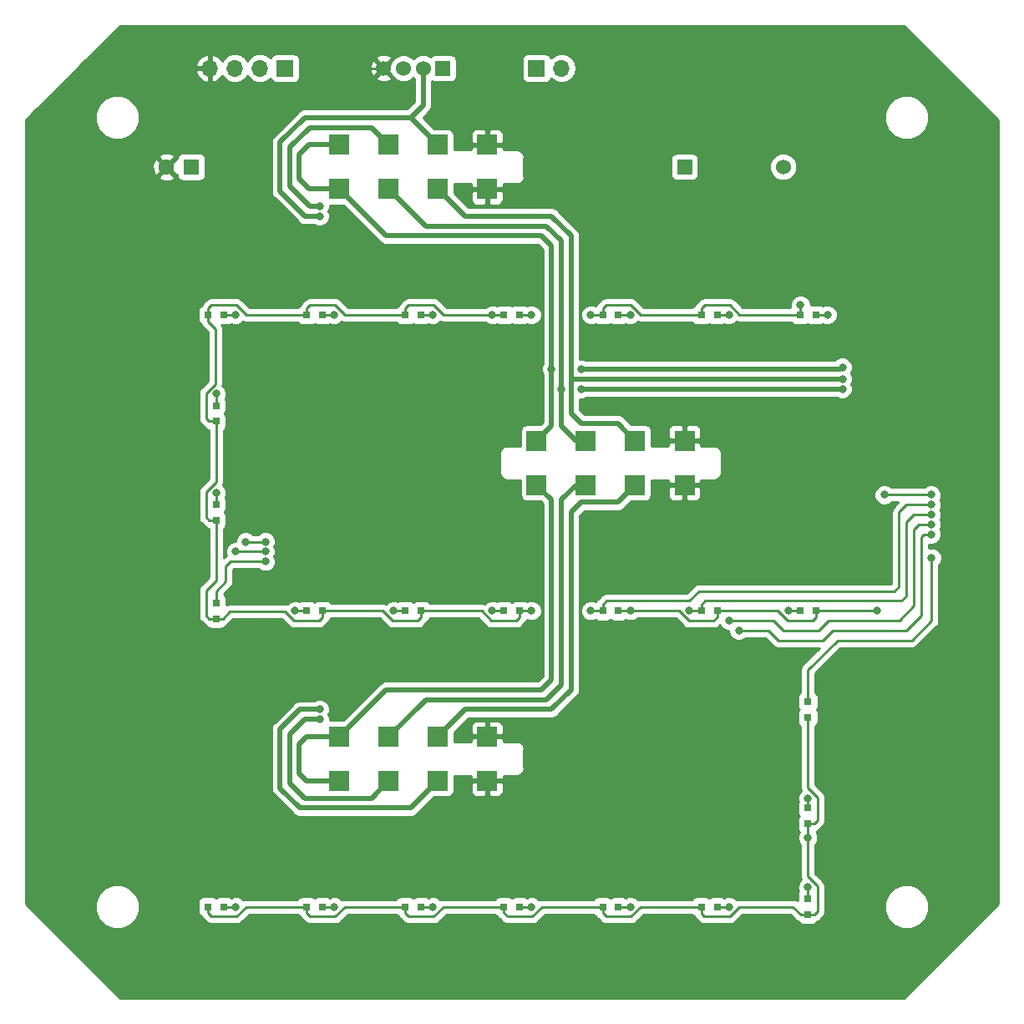
<source format=gtl>
G04 #@! TF.GenerationSoftware,KiCad,Pcbnew,(5.0.2)-1*
G04 #@! TF.CreationDate,2019-02-25T23:41:49+09:00*
G04 #@! TF.ProjectId,Land,4c616e64-2e6b-4696-9361-645f70636258,rev?*
G04 #@! TF.SameCoordinates,Original*
G04 #@! TF.FileFunction,Copper,L1,Top*
G04 #@! TF.FilePolarity,Positive*
%FSLAX46Y46*%
G04 Gerber Fmt 4.6, Leading zero omitted, Abs format (unit mm)*
G04 Created by KiCad (PCBNEW (5.0.2)-1) date 2019/02/25 23:41:49*
%MOMM*%
%LPD*%
G01*
G04 APERTURE LIST*
G04 #@! TA.AperFunction,SMDPad,CuDef*
%ADD10R,0.800000X0.800000*%
G04 #@! TD*
G04 #@! TA.AperFunction,ComponentPad*
%ADD11R,1.700000X1.700000*%
G04 #@! TD*
G04 #@! TA.AperFunction,ComponentPad*
%ADD12O,1.700000X1.700000*%
G04 #@! TD*
G04 #@! TA.AperFunction,ComponentPad*
%ADD13R,1.600000X1.600000*%
G04 #@! TD*
G04 #@! TA.AperFunction,ComponentPad*
%ADD14C,1.600000*%
G04 #@! TD*
G04 #@! TA.AperFunction,SMDPad,CuDef*
%ADD15R,2.000000X2.000000*%
G04 #@! TD*
G04 #@! TA.AperFunction,ComponentPad*
%ADD16R,1.524000X1.524000*%
G04 #@! TD*
G04 #@! TA.AperFunction,ComponentPad*
%ADD17C,1.524000*%
G04 #@! TD*
G04 #@! TA.AperFunction,ViaPad*
%ADD18C,0.800000*%
G04 #@! TD*
G04 #@! TA.AperFunction,Conductor*
%ADD19C,0.250000*%
G04 #@! TD*
G04 #@! TA.AperFunction,Conductor*
%ADD20C,0.500000*%
G04 #@! TD*
G04 #@! TA.AperFunction,Conductor*
%ADD21C,0.254000*%
G04 #@! TD*
G04 APERTURE END LIST*
D10*
G04 #@! TO.P,D1,2*
G04 #@! TO.N,Net-(D1-Pad2)*
X160800000Y-85000000D03*
G04 #@! TO.P,D1,1*
G04 #@! TO.N,Net-(D1-Pad1)*
X159200000Y-85000000D03*
G04 #@! TD*
G04 #@! TO.P,D2,1*
G04 #@! TO.N,Net-(D1-Pad1)*
X149200000Y-85000000D03*
G04 #@! TO.P,D2,2*
G04 #@! TO.N,Net-(D18-Pad2)*
X150800000Y-85000000D03*
G04 #@! TD*
G04 #@! TO.P,D3,2*
G04 #@! TO.N,Net-(D19-Pad2)*
X140800000Y-85000000D03*
G04 #@! TO.P,D3,1*
G04 #@! TO.N,Net-(D1-Pad1)*
X139200000Y-85000000D03*
G04 #@! TD*
G04 #@! TO.P,D4,1*
G04 #@! TO.N,Net-(D1-Pad1)*
X129200000Y-85000000D03*
G04 #@! TO.P,D4,2*
G04 #@! TO.N,Net-(D20-Pad2)*
X130800000Y-85000000D03*
G04 #@! TD*
G04 #@! TO.P,D5,2*
G04 #@! TO.N,Net-(D21-Pad2)*
X120800000Y-85000000D03*
G04 #@! TO.P,D5,1*
G04 #@! TO.N,Net-(D1-Pad1)*
X119200000Y-85000000D03*
G04 #@! TD*
G04 #@! TO.P,D6,1*
G04 #@! TO.N,Net-(D1-Pad1)*
X109200000Y-85000000D03*
G04 #@! TO.P,D6,2*
G04 #@! TO.N,Net-(D22-Pad2)*
X110800000Y-85000000D03*
G04 #@! TD*
G04 #@! TO.P,D7,2*
G04 #@! TO.N,Net-(D23-Pad2)*
X100800000Y-85000000D03*
G04 #@! TO.P,D7,1*
G04 #@! TO.N,Net-(D1-Pad1)*
X99200000Y-85000000D03*
G04 #@! TD*
G04 #@! TO.P,D8,1*
G04 #@! TO.N,Net-(D1-Pad1)*
X100000000Y-95800000D03*
G04 #@! TO.P,D8,2*
G04 #@! TO.N,Net-(D24-Pad2)*
X100000000Y-94200000D03*
G04 #@! TD*
G04 #@! TO.P,D9,2*
G04 #@! TO.N,Net-(D25-Pad2)*
X100000000Y-104200000D03*
G04 #@! TO.P,D9,1*
G04 #@! TO.N,Net-(D1-Pad1)*
X100000000Y-105800000D03*
G04 #@! TD*
G04 #@! TO.P,D10,2*
G04 #@! TO.N,Net-(D10-Pad2)*
X100000000Y-114200000D03*
G04 #@! TO.P,D10,1*
G04 #@! TO.N,Net-(D1-Pad1)*
X100000000Y-115800000D03*
G04 #@! TD*
G04 #@! TO.P,D11,1*
G04 #@! TO.N,Net-(D1-Pad1)*
X110800000Y-115000000D03*
G04 #@! TO.P,D11,2*
G04 #@! TO.N,Net-(D11-Pad2)*
X109200000Y-115000000D03*
G04 #@! TD*
G04 #@! TO.P,D12,1*
G04 #@! TO.N,Net-(D1-Pad1)*
X120800000Y-115000000D03*
G04 #@! TO.P,D12,2*
G04 #@! TO.N,Net-(D12-Pad2)*
X119200000Y-115000000D03*
G04 #@! TD*
G04 #@! TO.P,D13,1*
G04 #@! TO.N,Net-(D1-Pad1)*
X130800000Y-115000000D03*
G04 #@! TO.P,D13,2*
G04 #@! TO.N,Net-(D13-Pad2)*
X129200000Y-115000000D03*
G04 #@! TD*
G04 #@! TO.P,D14,1*
G04 #@! TO.N,Net-(D1-Pad1)*
X140800000Y-115000000D03*
G04 #@! TO.P,D14,2*
G04 #@! TO.N,Net-(D14-Pad2)*
X139200000Y-115000000D03*
G04 #@! TD*
G04 #@! TO.P,D15,2*
G04 #@! TO.N,Net-(D15-Pad2)*
X149200000Y-115000000D03*
G04 #@! TO.P,D15,1*
G04 #@! TO.N,Net-(D1-Pad1)*
X150800000Y-115000000D03*
G04 #@! TD*
G04 #@! TO.P,D16,2*
G04 #@! TO.N,Net-(D16-Pad2)*
X159200000Y-115000000D03*
G04 #@! TO.P,D16,1*
G04 #@! TO.N,Net-(D1-Pad1)*
X160800000Y-115000000D03*
G04 #@! TD*
G04 #@! TO.P,D17,1*
G04 #@! TO.N,Net-(D17-Pad1)*
X160000000Y-125800000D03*
G04 #@! TO.P,D17,2*
G04 #@! TO.N,Net-(D1-Pad2)*
X160000000Y-124200000D03*
G04 #@! TD*
G04 #@! TO.P,D18,2*
G04 #@! TO.N,Net-(D18-Pad2)*
X160000000Y-135000000D03*
G04 #@! TO.P,D18,1*
G04 #@! TO.N,Net-(D17-Pad1)*
X160000000Y-136600000D03*
G04 #@! TD*
G04 #@! TO.P,D19,1*
G04 #@! TO.N,Net-(D17-Pad1)*
X160000000Y-145800000D03*
G04 #@! TO.P,D19,2*
G04 #@! TO.N,Net-(D19-Pad2)*
X160000000Y-144200000D03*
G04 #@! TD*
G04 #@! TO.P,D20,2*
G04 #@! TO.N,Net-(D20-Pad2)*
X150800000Y-145000000D03*
G04 #@! TO.P,D20,1*
G04 #@! TO.N,Net-(D17-Pad1)*
X149200000Y-145000000D03*
G04 #@! TD*
G04 #@! TO.P,D21,1*
G04 #@! TO.N,Net-(D17-Pad1)*
X139200000Y-145000000D03*
G04 #@! TO.P,D21,2*
G04 #@! TO.N,Net-(D21-Pad2)*
X140800000Y-145000000D03*
G04 #@! TD*
G04 #@! TO.P,D22,2*
G04 #@! TO.N,Net-(D22-Pad2)*
X130800000Y-145000000D03*
G04 #@! TO.P,D22,1*
G04 #@! TO.N,Net-(D17-Pad1)*
X129200000Y-145000000D03*
G04 #@! TD*
G04 #@! TO.P,D23,1*
G04 #@! TO.N,Net-(D17-Pad1)*
X119200000Y-145000000D03*
G04 #@! TO.P,D23,2*
G04 #@! TO.N,Net-(D23-Pad2)*
X120800000Y-145000000D03*
G04 #@! TD*
G04 #@! TO.P,D24,1*
G04 #@! TO.N,Net-(D17-Pad1)*
X109200000Y-145000000D03*
G04 #@! TO.P,D24,2*
G04 #@! TO.N,Net-(D24-Pad2)*
X110800000Y-145000000D03*
G04 #@! TD*
G04 #@! TO.P,D25,2*
G04 #@! TO.N,Net-(D25-Pad2)*
X100800000Y-145000000D03*
G04 #@! TO.P,D25,1*
G04 #@! TO.N,Net-(D17-Pad1)*
X99200000Y-145000000D03*
G04 #@! TD*
D11*
G04 #@! TO.P,J3,1*
G04 #@! TO.N,Net-(J3-Pad1)*
X132500000Y-60000000D03*
D12*
G04 #@! TO.P,J3,2*
G04 #@! TO.N,Net-(J3-Pad2)*
X135040000Y-60000000D03*
G04 #@! TD*
D13*
G04 #@! TO.P,C2,1*
G04 #@! TO.N,VCC*
X97500000Y-70000000D03*
D14*
G04 #@! TO.P,C2,2*
G04 #@! TO.N,GND*
X95000000Y-70000000D03*
G04 #@! TD*
D15*
G04 #@! TO.P,TP1,1*
G04 #@! TO.N,VCC*
X112500000Y-67750000D03*
G04 #@! TD*
G04 #@! TO.P,TP2,1*
G04 #@! TO.N,SCL*
X117500000Y-67750000D03*
G04 #@! TD*
G04 #@! TO.P,TP3,1*
G04 #@! TO.N,SDA*
X122500000Y-67750000D03*
G04 #@! TD*
G04 #@! TO.P,TP4,1*
G04 #@! TO.N,GND*
X127500000Y-67750000D03*
G04 #@! TD*
G04 #@! TO.P,TP5,1*
G04 #@! TO.N,VCC*
X112500000Y-72250000D03*
G04 #@! TD*
G04 #@! TO.P,TP6,1*
G04 #@! TO.N,SCL*
X117500000Y-72250000D03*
G04 #@! TD*
G04 #@! TO.P,TP7,1*
G04 #@! TO.N,SDA*
X122500000Y-72250000D03*
G04 #@! TD*
G04 #@! TO.P,TP8,1*
G04 #@! TO.N,GND*
X127500000Y-72250000D03*
G04 #@! TD*
G04 #@! TO.P,TP17,1*
G04 #@! TO.N,VCC*
X132500000Y-97750000D03*
G04 #@! TD*
G04 #@! TO.P,TP18,1*
G04 #@! TO.N,SCL*
X137500000Y-97750000D03*
G04 #@! TD*
G04 #@! TO.P,TP19,1*
G04 #@! TO.N,SDA*
X142500000Y-97750000D03*
G04 #@! TD*
G04 #@! TO.P,TP20,1*
G04 #@! TO.N,GND*
X147500000Y-97750000D03*
G04 #@! TD*
G04 #@! TO.P,TP21,1*
G04 #@! TO.N,VCC*
X132500000Y-102250000D03*
G04 #@! TD*
G04 #@! TO.P,TP22,1*
G04 #@! TO.N,SCL*
X137500000Y-102250000D03*
G04 #@! TD*
G04 #@! TO.P,TP23,1*
G04 #@! TO.N,SDA*
X142500000Y-102250000D03*
G04 #@! TD*
G04 #@! TO.P,TP24,1*
G04 #@! TO.N,GND*
X147500000Y-102250000D03*
G04 #@! TD*
G04 #@! TO.P,TP33,1*
G04 #@! TO.N,VCC*
X112500000Y-127750000D03*
G04 #@! TD*
G04 #@! TO.P,TP34,1*
G04 #@! TO.N,SCL*
X117500000Y-127750000D03*
G04 #@! TD*
G04 #@! TO.P,TP35,1*
G04 #@! TO.N,SDA*
X122500000Y-127750000D03*
G04 #@! TD*
G04 #@! TO.P,TP36,1*
G04 #@! TO.N,GND*
X127500000Y-127750000D03*
G04 #@! TD*
G04 #@! TO.P,TP37,1*
G04 #@! TO.N,VCC*
X112500000Y-132250000D03*
G04 #@! TD*
G04 #@! TO.P,TP38,1*
G04 #@! TO.N,SCL*
X117500000Y-132250000D03*
G04 #@! TD*
G04 #@! TO.P,TP39,1*
G04 #@! TO.N,SDA*
X122500000Y-132250000D03*
G04 #@! TD*
G04 #@! TO.P,TP40,1*
G04 #@! TO.N,GND*
X127500000Y-132250000D03*
G04 #@! TD*
D11*
G04 #@! TO.P,J1,1*
G04 #@! TO.N,SCL*
X107000000Y-60000000D03*
D12*
G04 #@! TO.P,J1,2*
G04 #@! TO.N,SDA*
X104460000Y-60000000D03*
G04 #@! TO.P,J1,3*
G04 #@! TO.N,VCC*
X101920000Y-60000000D03*
G04 #@! TO.P,J1,4*
G04 #@! TO.N,GND*
X99380000Y-60000000D03*
G04 #@! TD*
D16*
G04 #@! TO.P,J2,1*
G04 #@! TO.N,SCL*
X123000000Y-60000000D03*
D17*
G04 #@! TO.P,J2,2*
G04 #@! TO.N,SDA*
X121000000Y-60000000D03*
G04 #@! TO.P,J2,3*
G04 #@! TO.N,VCC*
X119000000Y-60000000D03*
G04 #@! TO.P,J2,4*
G04 #@! TO.N,GND*
X117000000Y-60000000D03*
G04 #@! TD*
G04 #@! TO.P,LS1,2*
G04 #@! TO.N,Net-(J3-Pad2)*
X157500000Y-70000000D03*
D16*
G04 #@! TO.P,LS1,1*
G04 #@! TO.N,Net-(J3-Pad1)*
X147500000Y-70000000D03*
G04 #@! TD*
D18*
G04 #@! TO.N,GND*
X127500000Y-132250000D03*
X127500000Y-127750000D03*
X147500000Y-102250000D03*
X147500000Y-97750000D03*
X127500000Y-67750000D03*
X127500000Y-72250000D03*
X106000000Y-65000000D03*
G04 #@! TO.N,Net-(D1-Pad1)*
X132000000Y-115000000D03*
X138000000Y-85000000D03*
X142000000Y-115000000D03*
X128000000Y-85000000D03*
X167000000Y-115000000D03*
X159250000Y-84000000D03*
G04 #@! TO.N,Net-(D1-Pad2)*
X162000000Y-85000000D03*
X172538655Y-109630782D03*
G04 #@! TO.N,Net-(D10-Pad2)*
X105000000Y-110000000D03*
G04 #@! TO.N,Net-(D11-Pad2)*
X108000000Y-115000000D03*
G04 #@! TO.N,SCL*
X137000000Y-92500000D03*
X135000000Y-92500000D03*
X117500000Y-72250000D03*
X110500000Y-74000000D03*
X137500000Y-97750000D03*
X137500000Y-102250000D03*
X117500000Y-132250000D03*
X117500000Y-127750000D03*
X163500000Y-92500000D03*
X110500000Y-126000000D03*
X117500000Y-67750000D03*
G04 #@! TO.N,SDA*
X163500000Y-91500000D03*
X122500000Y-72250000D03*
X110500000Y-75000000D03*
X122500000Y-67750000D03*
X142500000Y-97750000D03*
X142500000Y-102250000D03*
X122500000Y-132250000D03*
X122500000Y-127750000D03*
X110500000Y-125000000D03*
G04 #@! TO.N,Net-(D18-Pad2)*
X152000000Y-85000000D03*
X160000000Y-134000000D03*
G04 #@! TO.N,Net-(D19-Pad2)*
X142000000Y-85000000D03*
X160000000Y-143000000D03*
G04 #@! TO.N,Net-(D12-Pad2)*
X118000000Y-115000000D03*
X172500000Y-107250000D03*
X153000000Y-117000000D03*
G04 #@! TO.N,Net-(D13-Pad2)*
X128000000Y-115000000D03*
X172500000Y-106250000D03*
X152000000Y-116000000D03*
G04 #@! TO.N,Net-(D14-Pad2)*
X138000000Y-115000000D03*
X172500000Y-104250000D03*
G04 #@! TO.N,Net-(D15-Pad2)*
X148000000Y-115000000D03*
X172500000Y-105250000D03*
G04 #@! TO.N,VCC*
X134000000Y-90500000D03*
X137000000Y-90500000D03*
X163500000Y-90300000D03*
X132500000Y-97750000D03*
X132500000Y-102250000D03*
X112500000Y-127750000D03*
X112500000Y-132250000D03*
X112500000Y-72250000D03*
X112500000Y-67750000D03*
G04 #@! TO.N,Net-(D20-Pad2)*
X132000000Y-85000000D03*
X152000000Y-145000000D03*
G04 #@! TO.N,Net-(D21-Pad2)*
X122000000Y-85000000D03*
X142000000Y-145000000D03*
G04 #@! TO.N,Net-(D22-Pad2)*
X112000000Y-85000000D03*
X132000000Y-145000000D03*
G04 #@! TO.N,Net-(D23-Pad2)*
X102000000Y-85000000D03*
X122000000Y-145000000D03*
G04 #@! TO.N,Net-(D24-Pad2)*
X100000000Y-93000000D03*
X112000000Y-145000000D03*
X105000000Y-108000000D03*
X103000000Y-108000000D03*
G04 #@! TO.N,Net-(D25-Pad2)*
X100000000Y-103000000D03*
X102000000Y-145000000D03*
X105000000Y-109000000D03*
X102000000Y-109000000D03*
G04 #@! TO.N,Net-(D16-Pad2)*
X158000000Y-115000000D03*
X172500000Y-103250000D03*
X167750000Y-103250000D03*
G04 #@! TO.N,Net-(D17-Pad1)*
X160000000Y-138000000D03*
G04 #@! TD*
D19*
G04 #@! TO.N,GND*
X117000000Y-60000000D02*
X111000000Y-60000000D01*
X111000000Y-60000000D02*
X106000000Y-65000000D01*
G04 #@! TO.N,Net-(D1-Pad1)*
X160800000Y-115000000D02*
X160800000Y-115650000D01*
X160800000Y-115650000D02*
X160450000Y-116000000D01*
X160450000Y-116000000D02*
X157927000Y-116000000D01*
X157927000Y-116000000D02*
X156927000Y-115000000D01*
X156927000Y-115000000D02*
X150800000Y-115000000D01*
X150800000Y-115000000D02*
X150800000Y-115650000D01*
X150800000Y-115650000D02*
X150450000Y-116000000D01*
X150450000Y-116000000D02*
X147927000Y-116000000D01*
X147927000Y-116000000D02*
X146927000Y-115000000D01*
X130800000Y-115000000D02*
X130800000Y-115650000D01*
X130800000Y-115650000D02*
X130450000Y-116000000D01*
X130450000Y-116000000D02*
X127927000Y-116000000D01*
X127927000Y-116000000D02*
X126927000Y-115000000D01*
X126927000Y-115000000D02*
X120800000Y-115000000D01*
X120800000Y-115000000D02*
X120800000Y-115650000D01*
X120800000Y-115650000D02*
X120450000Y-116000000D01*
X120450000Y-116000000D02*
X117927000Y-116000000D01*
X117927000Y-116000000D02*
X116927000Y-115000000D01*
X116927000Y-115000000D02*
X110800000Y-115000000D01*
X100000000Y-115800000D02*
X100700000Y-115800000D01*
X100700000Y-115800000D02*
X101427000Y-115073000D01*
X101427000Y-115073000D02*
X107000000Y-115073000D01*
X107000000Y-115073000D02*
X107927000Y-116000000D01*
X107927000Y-116000000D02*
X110450000Y-116000000D01*
X110450000Y-116000000D02*
X110800000Y-115650000D01*
X110800000Y-115650000D02*
X110800000Y-115000000D01*
X100000000Y-115800000D02*
X99300000Y-115800000D01*
X99300000Y-115800000D02*
X99000000Y-115500000D01*
X99000000Y-115500000D02*
X99000000Y-112927000D01*
X99000000Y-112927000D02*
X100000000Y-111927000D01*
X100000000Y-111927000D02*
X100000000Y-105800000D01*
X100000000Y-105800000D02*
X99300000Y-105800000D01*
X99300000Y-105800000D02*
X99000000Y-105500000D01*
X99000000Y-105500000D02*
X99000000Y-102927000D01*
X99000000Y-102927000D02*
X100000000Y-101927000D01*
X100000000Y-101927000D02*
X100000000Y-95800000D01*
X100000000Y-95800000D02*
X99300000Y-95800000D01*
X99300000Y-95800000D02*
X99000000Y-95500000D01*
X99000000Y-95500000D02*
X99000000Y-92927000D01*
X99000000Y-92927000D02*
X99927000Y-92000000D01*
X99927000Y-92000000D02*
X99927000Y-86427000D01*
X99927000Y-86427000D02*
X99200000Y-85700000D01*
X99200000Y-85700000D02*
X99200000Y-85000000D01*
X99200000Y-85000000D02*
X99200000Y-84350000D01*
X99200000Y-84350000D02*
X99550000Y-84000000D01*
X99550000Y-84000000D02*
X102073000Y-84000000D01*
X102073000Y-84000000D02*
X103073000Y-85000000D01*
X103073000Y-85000000D02*
X109200000Y-85000000D01*
X109200000Y-85000000D02*
X109200000Y-84350000D01*
X109200000Y-84350000D02*
X109550000Y-84000000D01*
X109550000Y-84000000D02*
X112073000Y-84000000D01*
X112073000Y-84000000D02*
X113073000Y-85000000D01*
X113073000Y-85000000D02*
X119200000Y-85000000D01*
X139200000Y-85000000D02*
X139200000Y-84350000D01*
X139200000Y-84350000D02*
X139550000Y-84000000D01*
X139550000Y-84000000D02*
X142073000Y-84000000D01*
X142073000Y-84000000D02*
X143073000Y-85000000D01*
X143073000Y-85000000D02*
X149200000Y-85000000D01*
X119200000Y-85000000D02*
X119200000Y-84350000D01*
X119200000Y-84350000D02*
X119550000Y-84000000D01*
X119550000Y-84000000D02*
X122073000Y-84000000D01*
X122073000Y-84000000D02*
X123073000Y-85000000D01*
X132000000Y-115000000D02*
X130800000Y-115000000D01*
X138000000Y-85000000D02*
X139200000Y-85000000D01*
X149200000Y-85000000D02*
X149200000Y-84350000D01*
X149200000Y-84350000D02*
X149550000Y-84000000D01*
X149550000Y-84000000D02*
X152073000Y-84000000D01*
X152073000Y-84000000D02*
X153073000Y-85000000D01*
X158947900Y-85000000D02*
X159200000Y-85000000D01*
X160800000Y-115000000D02*
X162000000Y-115000000D01*
X162000000Y-115000000D02*
X162012653Y-115012653D01*
X158000000Y-85000000D02*
X158947900Y-85000000D01*
X153073000Y-85000000D02*
X158000000Y-85000000D01*
X142000000Y-115000000D02*
X140800000Y-115000000D01*
X146927000Y-115000000D02*
X142000000Y-115000000D01*
X128000000Y-85000000D02*
X129200000Y-85000000D01*
X123073000Y-85000000D02*
X128000000Y-85000000D01*
X162000000Y-115000000D02*
X167000000Y-115000000D01*
X159200000Y-85000000D02*
X159200000Y-84050000D01*
X159200000Y-84050000D02*
X159250000Y-84000000D01*
G04 #@! TO.N,Net-(D1-Pad2)*
X160800000Y-85000000D02*
X162000000Y-85000000D01*
X172538655Y-109538655D02*
X172538655Y-109630782D01*
X172500000Y-109500000D02*
X172538655Y-109538655D01*
X160000000Y-124200000D02*
X160000000Y-121000000D01*
X160000000Y-121000000D02*
X163000000Y-118000000D01*
X163000000Y-118000000D02*
X170538655Y-118000000D01*
X170538655Y-118000000D02*
X172538655Y-116000000D01*
X172538655Y-116000000D02*
X172538655Y-109630782D01*
G04 #@! TO.N,Net-(D10-Pad2)*
X100000000Y-114200000D02*
X100000000Y-113000000D01*
X105000000Y-110000000D02*
X103000000Y-110000000D01*
X101000000Y-112000000D02*
X101000000Y-110500000D01*
X101000000Y-112000000D02*
X100000000Y-113000000D01*
X101500000Y-110000000D02*
X103000000Y-110000000D01*
X101000000Y-110500000D02*
X101500000Y-110000000D01*
G04 #@! TO.N,Net-(D11-Pad2)*
X109200000Y-115000000D02*
X108000000Y-115000000D01*
D20*
G04 #@! TO.N,SCL*
X135000000Y-115000000D02*
X135000000Y-114500000D01*
D19*
X117957000Y-127500000D02*
X118000000Y-127500000D01*
D20*
X163000000Y-92500000D02*
X137000000Y-92500000D01*
X115750000Y-66000000D02*
X117500000Y-67750000D01*
X109500000Y-66000000D02*
X115750000Y-66000000D01*
X107500000Y-68000000D02*
X109500000Y-66000000D01*
X107500000Y-72000000D02*
X107500000Y-68000000D01*
X110500000Y-74000000D02*
X109500000Y-74000000D01*
X109500000Y-74000000D02*
X107500000Y-72000000D01*
X117500000Y-67750000D02*
X117500000Y-67750000D01*
X107500000Y-127500000D02*
X109000000Y-126000000D01*
X107500000Y-132500000D02*
X107500000Y-127500000D01*
X109000000Y-134000000D02*
X107500000Y-132500000D01*
X117500000Y-132250000D02*
X117500000Y-132250000D01*
X115750000Y-134000000D02*
X109000000Y-134000000D01*
X117500000Y-132250000D02*
X115750000Y-134000000D01*
X135000000Y-96250000D02*
X136500000Y-97750000D01*
X135000000Y-92500000D02*
X135000000Y-96250000D01*
X136500000Y-97750000D02*
X137500000Y-97750000D01*
X163000000Y-92500000D02*
X163500000Y-92500000D01*
X109000000Y-126000000D02*
X110500000Y-126000000D01*
X136500000Y-102250000D02*
X137500000Y-102250000D01*
X135000000Y-103750000D02*
X136500000Y-102250000D01*
X135000000Y-122500000D02*
X135000000Y-103750000D01*
X133500000Y-124000000D02*
X135000000Y-122500000D01*
X121250000Y-124000000D02*
X133500000Y-124000000D01*
X117500000Y-127750000D02*
X121250000Y-124000000D01*
X135000000Y-77500000D02*
X135000000Y-92500000D01*
X133500000Y-76000000D02*
X135000000Y-77500000D01*
X121250000Y-76000000D02*
X133500000Y-76000000D01*
X117500000Y-72250000D02*
X121250000Y-76000000D01*
X117500000Y-67750000D02*
X117500000Y-67750000D01*
D19*
G04 #@! TO.N,SDA*
X121957000Y-127500000D02*
X122000000Y-127500000D01*
D20*
X163500000Y-91500000D02*
X136000000Y-91500000D01*
X122500000Y-72250000D02*
X122500000Y-72250000D01*
X106500000Y-127000000D02*
X108500000Y-125000000D01*
X106500000Y-133000000D02*
X106500000Y-127000000D01*
X108500000Y-135000000D02*
X106500000Y-133000000D01*
X122500000Y-132250000D02*
X122500000Y-132250000D01*
X119750000Y-135000000D02*
X108500000Y-135000000D01*
X122500000Y-132250000D02*
X119750000Y-135000000D01*
X136000000Y-95000000D02*
X136000000Y-91500000D01*
X137000000Y-96000000D02*
X136000000Y-95000000D01*
X142500000Y-97750000D02*
X140750000Y-96000000D01*
X140750000Y-96000000D02*
X137000000Y-96000000D01*
X108500000Y-125000000D02*
X110500000Y-125000000D01*
X140750000Y-104000000D02*
X142500000Y-102250000D01*
X122500000Y-127750000D02*
X125250000Y-125000000D01*
X125250000Y-125000000D02*
X134000000Y-125000000D01*
X134000000Y-125000000D02*
X136000000Y-123000000D01*
X136000000Y-123000000D02*
X136000000Y-105000000D01*
X136000000Y-105000000D02*
X137000000Y-104000000D01*
X137000000Y-104000000D02*
X140750000Y-104000000D01*
X109000000Y-75000000D02*
X110500000Y-75000000D01*
X106500000Y-72500000D02*
X109000000Y-75000000D01*
X106500000Y-67500000D02*
X106500000Y-72500000D01*
X109000000Y-65000000D02*
X106500000Y-67500000D01*
X119750000Y-65000000D02*
X109000000Y-65000000D01*
X122500000Y-67750000D02*
X119750000Y-65000000D01*
X136000000Y-77000000D02*
X136000000Y-91500000D01*
X134000000Y-75000000D02*
X136000000Y-77000000D01*
X125250000Y-75000000D02*
X134000000Y-75000000D01*
X122500000Y-72250000D02*
X125250000Y-75000000D01*
X121000000Y-63750000D02*
X119750000Y-65000000D01*
X121000000Y-60000000D02*
X121000000Y-63750000D01*
D19*
G04 #@! TO.N,Net-(D18-Pad2)*
X150800000Y-85000000D02*
X152000000Y-85000000D01*
X160000000Y-135000000D02*
X160000000Y-134000000D01*
G04 #@! TO.N,Net-(D19-Pad2)*
X140800000Y-85000000D02*
X142000000Y-85000000D01*
X160000000Y-144200000D02*
X160000000Y-143000000D01*
G04 #@! TO.N,Net-(D12-Pad2)*
X119200000Y-115000000D02*
X118000000Y-115000000D01*
X171500000Y-107500000D02*
X171750000Y-107250000D01*
X171500000Y-115500000D02*
X171500000Y-107500000D01*
X156000000Y-117000000D02*
X157000000Y-118000000D01*
X157000000Y-118000000D02*
X161500000Y-118000000D01*
X171750000Y-107250000D02*
X172500000Y-107250000D01*
X161500000Y-118000000D02*
X162500000Y-117000000D01*
X162500000Y-117000000D02*
X170000000Y-117000000D01*
X153000000Y-117000000D02*
X156000000Y-117000000D01*
X170000000Y-117000000D02*
X171500000Y-115500000D01*
G04 #@! TO.N,Net-(D13-Pad2)*
X129200000Y-115000000D02*
X128000000Y-115000000D01*
X171250000Y-106250000D02*
X172500000Y-106250000D01*
X170758900Y-106741100D02*
X171250000Y-106250000D01*
X152000000Y-116000000D02*
X156500000Y-116000000D01*
X156500000Y-116000000D02*
X157500000Y-117000000D01*
X157500000Y-117000000D02*
X161098308Y-117000000D01*
X161098308Y-117000000D02*
X162098308Y-116000000D01*
X162098308Y-116000000D02*
X169258900Y-116000000D01*
X170758900Y-114500000D02*
X170758900Y-106741100D01*
X169258900Y-116000000D02*
X170758900Y-114500000D01*
G04 #@! TO.N,Net-(D14-Pad2)*
X139200000Y-115000000D02*
X138600000Y-115000000D01*
X138600000Y-115000000D02*
X138000000Y-115000000D01*
X170000000Y-104250000D02*
X172500000Y-104250000D01*
X169250000Y-105000000D02*
X170000000Y-104250000D01*
X169250000Y-112500000D02*
X169250000Y-105000000D01*
X139200000Y-115000000D02*
X139200000Y-114350000D01*
X139200000Y-114350000D02*
X139550000Y-114000000D01*
X139550000Y-114000000D02*
X148000000Y-114000000D01*
X148000000Y-114000000D02*
X149000000Y-113000000D01*
X149000000Y-113000000D02*
X168750000Y-113000000D01*
X168750000Y-113000000D02*
X169250000Y-112500000D01*
G04 #@! TO.N,Net-(D15-Pad2)*
X149200000Y-115000000D02*
X148600200Y-115000000D01*
X148600200Y-115000000D02*
X148000000Y-115000000D01*
X149200000Y-114350000D02*
X149550000Y-114000000D01*
X149200000Y-115000000D02*
X149200000Y-114350000D01*
X169500000Y-114000000D02*
X170000000Y-113500000D01*
X170000000Y-113500000D02*
X170000000Y-106000000D01*
X149550000Y-114000000D02*
X169500000Y-114000000D01*
X170000000Y-106000000D02*
X170500000Y-105500000D01*
X170500000Y-105500000D02*
X170750000Y-105250000D01*
X170750000Y-105250000D02*
X172500000Y-105250000D01*
D20*
G04 #@! TO.N,VCC*
X108450000Y-68772200D02*
X108450000Y-71227800D01*
X163300000Y-90500000D02*
X163500000Y-90300000D01*
X137000000Y-90500000D02*
X163300000Y-90500000D01*
X109472078Y-72250000D02*
X112500000Y-72250000D01*
X109222078Y-72000000D02*
X109472078Y-72250000D01*
X108450000Y-71227800D02*
X109222078Y-72000000D01*
X109472078Y-67750000D02*
X112500000Y-67750000D01*
X109222078Y-68000000D02*
X109472078Y-67750000D01*
X109222078Y-68000000D02*
X108450000Y-68772200D01*
X112500000Y-67750000D02*
X112500000Y-67750000D01*
X134000000Y-94750000D02*
X134000000Y-90500000D01*
X112500000Y-132250000D02*
X112500000Y-132250000D01*
X112500000Y-127750000D02*
X112500000Y-127750000D01*
X132500000Y-97750000D02*
X134000000Y-96250000D01*
X134000000Y-96250000D02*
X134000000Y-94750000D01*
X112500000Y-72250000D02*
X112500000Y-72250000D01*
X109200000Y-132250000D02*
X108450000Y-131500000D01*
X112500000Y-132250000D02*
X109200000Y-132250000D01*
X109200000Y-127750000D02*
X108450000Y-128500000D01*
X112500000Y-127750000D02*
X109200000Y-127750000D01*
X108450000Y-131500000D02*
X108450000Y-128500000D01*
X134000000Y-103750000D02*
X132500000Y-102250000D01*
X134000000Y-122000000D02*
X134000000Y-103750000D01*
X133000000Y-123000000D02*
X134000000Y-122000000D01*
X117250000Y-123000000D02*
X133000000Y-123000000D01*
X112500000Y-127750000D02*
X117250000Y-123000000D01*
X134000000Y-78000000D02*
X134000000Y-90500000D01*
X133000000Y-77000000D02*
X134000000Y-78000000D01*
X117250000Y-77000000D02*
X133000000Y-77000000D01*
X112500000Y-72250000D02*
X117250000Y-77000000D01*
X112500000Y-67750000D02*
X112500000Y-67750000D01*
X112500000Y-67750000D02*
X112500000Y-67750000D01*
D19*
G04 #@! TO.N,Net-(D20-Pad2)*
X130800000Y-85000000D02*
X132000000Y-85000000D01*
X150800000Y-145000000D02*
X152000000Y-145000000D01*
G04 #@! TO.N,Net-(D21-Pad2)*
X120800000Y-85000000D02*
X122000000Y-85000000D01*
X140800000Y-145000000D02*
X142000000Y-145000000D01*
G04 #@! TO.N,Net-(D22-Pad2)*
X110800000Y-85000000D02*
X112000000Y-85000000D01*
X130800000Y-145000000D02*
X132000000Y-145000000D01*
G04 #@! TO.N,Net-(D23-Pad2)*
X100800000Y-85000000D02*
X102000000Y-85000000D01*
X120800000Y-145000000D02*
X122000000Y-145000000D01*
G04 #@! TO.N,Net-(D24-Pad2)*
X100000000Y-94200000D02*
X100000000Y-93000000D01*
X110800000Y-145000000D02*
X112000000Y-145000000D01*
X105000000Y-108000000D02*
X103000000Y-108000000D01*
G04 #@! TO.N,Net-(D25-Pad2)*
X100000000Y-104200000D02*
X100000000Y-103000000D01*
X100800000Y-145000000D02*
X102000000Y-145000000D01*
X105000000Y-109000000D02*
X102000000Y-109000000D01*
G04 #@! TO.N,Net-(D16-Pad2)*
X159200000Y-115000000D02*
X158600200Y-115000000D01*
X158600200Y-115000000D02*
X158000000Y-115000000D01*
X172500000Y-103250000D02*
X167750000Y-103250000D01*
G04 #@! TO.N,Net-(D17-Pad1)*
X99200000Y-145000000D02*
X99200000Y-145650000D01*
X99200000Y-145650000D02*
X99550000Y-146000000D01*
X99550000Y-146000000D02*
X102073000Y-146000000D01*
X102073000Y-146000000D02*
X103073000Y-145000000D01*
X103073000Y-145000000D02*
X109200000Y-145000000D01*
X109200000Y-145000000D02*
X109200000Y-145650000D01*
X109200000Y-145650000D02*
X109550000Y-146000000D01*
X109550000Y-146000000D02*
X112073000Y-146000000D01*
X112073000Y-146000000D02*
X113073000Y-145000000D01*
X113073000Y-145000000D02*
X119200000Y-145000000D01*
X119200000Y-145000000D02*
X119200000Y-145650000D01*
X119200000Y-145650000D02*
X119550000Y-146000000D01*
X119550000Y-146000000D02*
X122073000Y-146000000D01*
X122073000Y-146000000D02*
X123073000Y-145000000D01*
X123073000Y-145000000D02*
X129200000Y-145000000D01*
X129200000Y-145000000D02*
X129200000Y-145650000D01*
X129200000Y-145650000D02*
X129550000Y-146000000D01*
X129550000Y-146000000D02*
X132073000Y-146000000D01*
X132073000Y-146000000D02*
X133073000Y-145000000D01*
X133073000Y-145000000D02*
X139200000Y-145000000D01*
X139200000Y-145000000D02*
X139200000Y-145650000D01*
X139200000Y-145650000D02*
X139550000Y-146000000D01*
X139550000Y-146000000D02*
X142073000Y-146000000D01*
X142073000Y-146000000D02*
X143073000Y-145000000D01*
X143073000Y-145000000D02*
X149200000Y-145000000D01*
X149200000Y-145000000D02*
X149200000Y-145700000D01*
X149200000Y-145700000D02*
X149500000Y-146000000D01*
X149500000Y-146000000D02*
X152073000Y-146000000D01*
X152073000Y-146000000D02*
X153073000Y-145000000D01*
X153073000Y-145000000D02*
X158500000Y-145000000D01*
X158500000Y-145000000D02*
X159300000Y-145800000D01*
X159300000Y-145800000D02*
X160000000Y-145800000D01*
X160000000Y-145800000D02*
X160700000Y-145800000D01*
X160700000Y-145800000D02*
X161000000Y-145500000D01*
X161000000Y-145500000D02*
X161000000Y-142927000D01*
X161000000Y-142927000D02*
X160000000Y-141927000D01*
X160000000Y-136600000D02*
X160650000Y-136600000D01*
X160650000Y-136600000D02*
X161000000Y-136250000D01*
X161000000Y-136250000D02*
X161000000Y-133927000D01*
X161000000Y-133927000D02*
X160000000Y-132927000D01*
X160000000Y-132927000D02*
X160000000Y-127000000D01*
X160000000Y-127000000D02*
X160000000Y-126400000D01*
X160000000Y-126400000D02*
X160000000Y-125800000D01*
X160000000Y-137500000D02*
X160000000Y-138000000D01*
X160000000Y-137500000D02*
X160000000Y-136600000D01*
X160000000Y-141927000D02*
X160000000Y-137500000D01*
G04 #@! TD*
D21*
G04 #@! TO.N,GND*
G36*
X179290001Y-65294093D02*
X179290000Y-144705908D01*
X169705910Y-154290000D01*
X90294092Y-154290000D01*
X80710000Y-144705910D01*
X80710000Y-144555431D01*
X87765000Y-144555431D01*
X87765000Y-145444569D01*
X88105259Y-146266026D01*
X88733974Y-146894741D01*
X89555431Y-147235000D01*
X90444569Y-147235000D01*
X91266026Y-146894741D01*
X91894741Y-146266026D01*
X92235000Y-145444569D01*
X92235000Y-144600000D01*
X98152560Y-144600000D01*
X98152560Y-145400000D01*
X98201843Y-145647765D01*
X98342191Y-145857809D01*
X98491448Y-145957540D01*
X98652072Y-146197929D01*
X98715528Y-146240329D01*
X98959669Y-146484470D01*
X99002071Y-146547929D01*
X99159718Y-146653266D01*
X99253462Y-146715904D01*
X99301605Y-146725480D01*
X99475148Y-146760000D01*
X99475152Y-146760000D01*
X99550000Y-146774888D01*
X99624848Y-146760000D01*
X101998153Y-146760000D01*
X102073000Y-146774888D01*
X102147847Y-146760000D01*
X102147852Y-146760000D01*
X102369537Y-146715904D01*
X102620929Y-146547929D01*
X102663331Y-146484470D01*
X103387802Y-145760000D01*
X108276837Y-145760000D01*
X108342191Y-145857809D01*
X108491448Y-145957540D01*
X108652072Y-146197929D01*
X108715528Y-146240329D01*
X108959669Y-146484470D01*
X109002071Y-146547929D01*
X109159718Y-146653266D01*
X109253462Y-146715904D01*
X109301605Y-146725480D01*
X109475148Y-146760000D01*
X109475152Y-146760000D01*
X109550000Y-146774888D01*
X109624848Y-146760000D01*
X111998153Y-146760000D01*
X112073000Y-146774888D01*
X112147847Y-146760000D01*
X112147852Y-146760000D01*
X112369537Y-146715904D01*
X112620929Y-146547929D01*
X112663331Y-146484470D01*
X113387802Y-145760000D01*
X118276837Y-145760000D01*
X118342191Y-145857809D01*
X118491448Y-145957540D01*
X118652072Y-146197929D01*
X118715528Y-146240329D01*
X118959669Y-146484470D01*
X119002071Y-146547929D01*
X119159718Y-146653266D01*
X119253462Y-146715904D01*
X119301605Y-146725480D01*
X119475148Y-146760000D01*
X119475152Y-146760000D01*
X119550000Y-146774888D01*
X119624848Y-146760000D01*
X121998153Y-146760000D01*
X122073000Y-146774888D01*
X122147847Y-146760000D01*
X122147852Y-146760000D01*
X122369537Y-146715904D01*
X122620929Y-146547929D01*
X122663331Y-146484470D01*
X123387802Y-145760000D01*
X128276837Y-145760000D01*
X128342191Y-145857809D01*
X128491448Y-145957540D01*
X128652072Y-146197929D01*
X128715528Y-146240329D01*
X128959669Y-146484470D01*
X129002071Y-146547929D01*
X129159718Y-146653266D01*
X129253462Y-146715904D01*
X129301605Y-146725480D01*
X129475148Y-146760000D01*
X129475152Y-146760000D01*
X129550000Y-146774888D01*
X129624848Y-146760000D01*
X131998153Y-146760000D01*
X132073000Y-146774888D01*
X132147847Y-146760000D01*
X132147852Y-146760000D01*
X132369537Y-146715904D01*
X132620929Y-146547929D01*
X132663331Y-146484470D01*
X133387802Y-145760000D01*
X138276837Y-145760000D01*
X138342191Y-145857809D01*
X138491448Y-145957540D01*
X138652072Y-146197929D01*
X138715528Y-146240329D01*
X138959669Y-146484470D01*
X139002071Y-146547929D01*
X139159718Y-146653266D01*
X139253462Y-146715904D01*
X139301605Y-146725480D01*
X139475148Y-146760000D01*
X139475152Y-146760000D01*
X139550000Y-146774888D01*
X139624848Y-146760000D01*
X141998153Y-146760000D01*
X142073000Y-146774888D01*
X142147847Y-146760000D01*
X142147852Y-146760000D01*
X142369537Y-146715904D01*
X142620929Y-146547929D01*
X142663331Y-146484470D01*
X143387802Y-145760000D01*
X148276837Y-145760000D01*
X148342191Y-145857809D01*
X148474024Y-145945898D01*
X148484097Y-145996537D01*
X148652072Y-146247929D01*
X148715528Y-146290329D01*
X148909669Y-146484470D01*
X148952071Y-146547929D01*
X149203463Y-146715904D01*
X149425148Y-146760000D01*
X149425152Y-146760000D01*
X149499999Y-146774888D01*
X149574846Y-146760000D01*
X151998153Y-146760000D01*
X152073000Y-146774888D01*
X152147847Y-146760000D01*
X152147852Y-146760000D01*
X152369537Y-146715904D01*
X152620929Y-146547929D01*
X152663331Y-146484470D01*
X153387802Y-145760000D01*
X158185199Y-145760000D01*
X158709671Y-146284473D01*
X158752071Y-146347929D01*
X158815527Y-146390329D01*
X159003462Y-146515904D01*
X159051605Y-146525480D01*
X159054103Y-146525977D01*
X159142191Y-146657809D01*
X159352235Y-146798157D01*
X159600000Y-146847440D01*
X160400000Y-146847440D01*
X160647765Y-146798157D01*
X160857809Y-146657809D01*
X160945897Y-146525977D01*
X160996537Y-146515904D01*
X161247929Y-146347929D01*
X161290331Y-146284470D01*
X161484470Y-146090331D01*
X161547929Y-146047929D01*
X161715904Y-145796537D01*
X161760000Y-145574852D01*
X161760000Y-145574848D01*
X161774888Y-145500001D01*
X161760000Y-145425154D01*
X161760000Y-144555431D01*
X167765000Y-144555431D01*
X167765000Y-145444569D01*
X168105259Y-146266026D01*
X168733974Y-146894741D01*
X169555431Y-147235000D01*
X170444569Y-147235000D01*
X171266026Y-146894741D01*
X171894741Y-146266026D01*
X172235000Y-145444569D01*
X172235000Y-144555431D01*
X171894741Y-143733974D01*
X171266026Y-143105259D01*
X170444569Y-142765000D01*
X169555431Y-142765000D01*
X168733974Y-143105259D01*
X168105259Y-143733974D01*
X167765000Y-144555431D01*
X161760000Y-144555431D01*
X161760000Y-143001848D01*
X161774888Y-142927000D01*
X161760000Y-142852152D01*
X161760000Y-142852148D01*
X161715904Y-142630463D01*
X161547929Y-142379071D01*
X161484473Y-142336671D01*
X160760000Y-141612199D01*
X160760000Y-138703711D01*
X160877431Y-138586280D01*
X161035000Y-138205874D01*
X161035000Y-137794126D01*
X160881196Y-137422809D01*
X160957540Y-137308552D01*
X161197929Y-137147929D01*
X161240331Y-137084470D01*
X161484470Y-136840331D01*
X161547929Y-136797929D01*
X161680181Y-136600000D01*
X161715904Y-136546538D01*
X161725480Y-136498395D01*
X161760000Y-136324852D01*
X161760000Y-136324848D01*
X161774888Y-136250000D01*
X161760000Y-136175152D01*
X161760000Y-134001848D01*
X161774888Y-133927000D01*
X161760000Y-133852152D01*
X161760000Y-133852148D01*
X161715904Y-133630463D01*
X161547929Y-133379071D01*
X161484473Y-133336671D01*
X160760000Y-132612199D01*
X160760000Y-126723163D01*
X160857809Y-126657809D01*
X160998157Y-126447765D01*
X161047440Y-126200000D01*
X161047440Y-125400000D01*
X160998157Y-125152235D01*
X160896436Y-125000000D01*
X160998157Y-124847765D01*
X161047440Y-124600000D01*
X161047440Y-123800000D01*
X160998157Y-123552235D01*
X160857809Y-123342191D01*
X160760000Y-123276837D01*
X160760000Y-121314801D01*
X163314802Y-118760000D01*
X170463808Y-118760000D01*
X170538655Y-118774888D01*
X170613502Y-118760000D01*
X170613507Y-118760000D01*
X170835192Y-118715904D01*
X171086584Y-118547929D01*
X171128986Y-118484470D01*
X173023128Y-116590329D01*
X173086584Y-116547929D01*
X173254559Y-116296537D01*
X173298655Y-116074852D01*
X173298655Y-116074848D01*
X173313543Y-116000001D01*
X173298655Y-115925154D01*
X173298655Y-110334493D01*
X173416086Y-110217062D01*
X173573655Y-109836656D01*
X173573655Y-109424908D01*
X173416086Y-109044502D01*
X173124935Y-108753351D01*
X172744529Y-108595782D01*
X172332781Y-108595782D01*
X172260000Y-108625929D01*
X172260000Y-108270865D01*
X172294126Y-108285000D01*
X172705874Y-108285000D01*
X173086280Y-108127431D01*
X173377431Y-107836280D01*
X173535000Y-107455874D01*
X173535000Y-107044126D01*
X173413169Y-106750000D01*
X173535000Y-106455874D01*
X173535000Y-106044126D01*
X173413169Y-105750000D01*
X173535000Y-105455874D01*
X173535000Y-105044126D01*
X173413169Y-104750000D01*
X173535000Y-104455874D01*
X173535000Y-104044126D01*
X173413169Y-103750000D01*
X173535000Y-103455874D01*
X173535000Y-103044126D01*
X173377431Y-102663720D01*
X173086280Y-102372569D01*
X172705874Y-102215000D01*
X172294126Y-102215000D01*
X171913720Y-102372569D01*
X171796289Y-102490000D01*
X168453711Y-102490000D01*
X168336280Y-102372569D01*
X167955874Y-102215000D01*
X167544126Y-102215000D01*
X167163720Y-102372569D01*
X166872569Y-102663720D01*
X166715000Y-103044126D01*
X166715000Y-103455874D01*
X166872569Y-103836280D01*
X167163720Y-104127431D01*
X167544126Y-104285000D01*
X167955874Y-104285000D01*
X168336280Y-104127431D01*
X168453711Y-104010000D01*
X169165198Y-104010000D01*
X168765528Y-104409671D01*
X168702072Y-104452071D01*
X168659672Y-104515527D01*
X168659671Y-104515528D01*
X168638951Y-104546538D01*
X168534097Y-104703463D01*
X168515307Y-104797929D01*
X168475112Y-105000000D01*
X168490001Y-105074852D01*
X168490000Y-112185198D01*
X168435199Y-112240000D01*
X149074848Y-112240000D01*
X149000000Y-112225112D01*
X148925152Y-112240000D01*
X148925148Y-112240000D01*
X148703463Y-112284096D01*
X148452071Y-112452071D01*
X148409671Y-112515527D01*
X147685199Y-113240000D01*
X139624848Y-113240000D01*
X139550000Y-113225112D01*
X139475152Y-113240000D01*
X139475148Y-113240000D01*
X139301605Y-113274520D01*
X139253462Y-113284096D01*
X139166518Y-113342191D01*
X139002071Y-113452071D01*
X138959669Y-113515530D01*
X138715528Y-113759671D01*
X138652072Y-113802071D01*
X138491448Y-114042460D01*
X138453728Y-114067664D01*
X138205874Y-113965000D01*
X137794126Y-113965000D01*
X137413720Y-114122569D01*
X137122569Y-114413720D01*
X136965000Y-114794126D01*
X136965000Y-115205874D01*
X137122569Y-115586280D01*
X137413720Y-115877431D01*
X137794126Y-116035000D01*
X138205874Y-116035000D01*
X138453728Y-115932336D01*
X138552235Y-115998157D01*
X138800000Y-116047440D01*
X139600000Y-116047440D01*
X139847765Y-115998157D01*
X140000000Y-115896436D01*
X140152235Y-115998157D01*
X140400000Y-116047440D01*
X141200000Y-116047440D01*
X141447765Y-115998157D01*
X141546272Y-115932336D01*
X141794126Y-116035000D01*
X142205874Y-116035000D01*
X142586280Y-115877431D01*
X142703711Y-115760000D01*
X146612199Y-115760000D01*
X147336670Y-116484472D01*
X147379071Y-116547929D01*
X147630463Y-116715904D01*
X147852148Y-116760000D01*
X147852152Y-116760000D01*
X147927000Y-116774888D01*
X148001848Y-116760000D01*
X150375153Y-116760000D01*
X150450000Y-116774888D01*
X150524847Y-116760000D01*
X150524852Y-116760000D01*
X150746537Y-116715904D01*
X150997929Y-116547929D01*
X151040331Y-116484470D01*
X151068663Y-116456138D01*
X151122569Y-116586280D01*
X151413720Y-116877431D01*
X151794126Y-117035000D01*
X151965000Y-117035000D01*
X151965000Y-117205874D01*
X152122569Y-117586280D01*
X152413720Y-117877431D01*
X152794126Y-118035000D01*
X153205874Y-118035000D01*
X153586280Y-117877431D01*
X153703711Y-117760000D01*
X155685199Y-117760000D01*
X156409671Y-118484473D01*
X156452071Y-118547929D01*
X156703463Y-118715904D01*
X156925148Y-118760000D01*
X156925152Y-118760000D01*
X157000000Y-118774888D01*
X157074848Y-118760000D01*
X161165198Y-118760000D01*
X159515528Y-120409671D01*
X159452072Y-120452071D01*
X159409672Y-120515527D01*
X159409671Y-120515528D01*
X159284097Y-120703463D01*
X159225112Y-121000000D01*
X159240001Y-121074852D01*
X159240000Y-123276836D01*
X159142191Y-123342191D01*
X159001843Y-123552235D01*
X158952560Y-123800000D01*
X158952560Y-124600000D01*
X159001843Y-124847765D01*
X159103564Y-125000000D01*
X159001843Y-125152235D01*
X158952560Y-125400000D01*
X158952560Y-126200000D01*
X159001843Y-126447765D01*
X159142191Y-126657809D01*
X159240000Y-126723163D01*
X159240000Y-127074851D01*
X159240001Y-127074856D01*
X159240000Y-132852153D01*
X159225112Y-132927000D01*
X159240000Y-133001847D01*
X159240000Y-133001851D01*
X159284096Y-133223536D01*
X159295574Y-133240715D01*
X159122569Y-133413720D01*
X158965000Y-133794126D01*
X158965000Y-134205874D01*
X159016524Y-134330264D01*
X159001843Y-134352235D01*
X158952560Y-134600000D01*
X158952560Y-135400000D01*
X159001843Y-135647765D01*
X159103564Y-135800000D01*
X159001843Y-135952235D01*
X158952560Y-136200000D01*
X158952560Y-137000000D01*
X159001843Y-137247765D01*
X159118804Y-137422809D01*
X158965000Y-137794126D01*
X158965000Y-138205874D01*
X159122569Y-138586280D01*
X159240001Y-138703712D01*
X159240000Y-141852153D01*
X159225112Y-141927000D01*
X159240000Y-142001847D01*
X159240000Y-142001851D01*
X159284096Y-142223536D01*
X159295574Y-142240715D01*
X159122569Y-142413720D01*
X158965000Y-142794126D01*
X158965000Y-143205874D01*
X159067664Y-143453728D01*
X159001843Y-143552235D01*
X158952560Y-143800000D01*
X158952560Y-144388347D01*
X158796537Y-144284096D01*
X158574852Y-144240000D01*
X158574847Y-144240000D01*
X158500000Y-144225112D01*
X158425153Y-144240000D01*
X153147848Y-144240000D01*
X153073000Y-144225112D01*
X152998152Y-144240000D01*
X152998148Y-144240000D01*
X152776463Y-144284096D01*
X152759285Y-144295574D01*
X152586280Y-144122569D01*
X152205874Y-143965000D01*
X151794126Y-143965000D01*
X151546272Y-144067664D01*
X151447765Y-144001843D01*
X151200000Y-143952560D01*
X150400000Y-143952560D01*
X150152235Y-144001843D01*
X150000000Y-144103564D01*
X149847765Y-144001843D01*
X149600000Y-143952560D01*
X148800000Y-143952560D01*
X148552235Y-144001843D01*
X148342191Y-144142191D01*
X148276837Y-144240000D01*
X143147848Y-144240000D01*
X143073000Y-144225112D01*
X142998152Y-144240000D01*
X142998148Y-144240000D01*
X142776463Y-144284096D01*
X142759285Y-144295574D01*
X142586280Y-144122569D01*
X142205874Y-143965000D01*
X141794126Y-143965000D01*
X141546272Y-144067664D01*
X141447765Y-144001843D01*
X141200000Y-143952560D01*
X140400000Y-143952560D01*
X140152235Y-144001843D01*
X140000000Y-144103564D01*
X139847765Y-144001843D01*
X139600000Y-143952560D01*
X138800000Y-143952560D01*
X138552235Y-144001843D01*
X138342191Y-144142191D01*
X138276837Y-144240000D01*
X133147848Y-144240000D01*
X133073000Y-144225112D01*
X132998152Y-144240000D01*
X132998148Y-144240000D01*
X132776463Y-144284096D01*
X132759285Y-144295574D01*
X132586280Y-144122569D01*
X132205874Y-143965000D01*
X131794126Y-143965000D01*
X131546272Y-144067664D01*
X131447765Y-144001843D01*
X131200000Y-143952560D01*
X130400000Y-143952560D01*
X130152235Y-144001843D01*
X130000000Y-144103564D01*
X129847765Y-144001843D01*
X129600000Y-143952560D01*
X128800000Y-143952560D01*
X128552235Y-144001843D01*
X128342191Y-144142191D01*
X128276837Y-144240000D01*
X123147848Y-144240000D01*
X123073000Y-144225112D01*
X122998152Y-144240000D01*
X122998148Y-144240000D01*
X122776463Y-144284096D01*
X122759285Y-144295574D01*
X122586280Y-144122569D01*
X122205874Y-143965000D01*
X121794126Y-143965000D01*
X121546272Y-144067664D01*
X121447765Y-144001843D01*
X121200000Y-143952560D01*
X120400000Y-143952560D01*
X120152235Y-144001843D01*
X120000000Y-144103564D01*
X119847765Y-144001843D01*
X119600000Y-143952560D01*
X118800000Y-143952560D01*
X118552235Y-144001843D01*
X118342191Y-144142191D01*
X118276837Y-144240000D01*
X113147848Y-144240000D01*
X113073000Y-144225112D01*
X112998152Y-144240000D01*
X112998148Y-144240000D01*
X112776463Y-144284096D01*
X112759285Y-144295574D01*
X112586280Y-144122569D01*
X112205874Y-143965000D01*
X111794126Y-143965000D01*
X111546272Y-144067664D01*
X111447765Y-144001843D01*
X111200000Y-143952560D01*
X110400000Y-143952560D01*
X110152235Y-144001843D01*
X110000000Y-144103564D01*
X109847765Y-144001843D01*
X109600000Y-143952560D01*
X108800000Y-143952560D01*
X108552235Y-144001843D01*
X108342191Y-144142191D01*
X108276837Y-144240000D01*
X103147848Y-144240000D01*
X103073000Y-144225112D01*
X102998152Y-144240000D01*
X102998148Y-144240000D01*
X102776463Y-144284096D01*
X102759285Y-144295574D01*
X102586280Y-144122569D01*
X102205874Y-143965000D01*
X101794126Y-143965000D01*
X101546272Y-144067664D01*
X101447765Y-144001843D01*
X101200000Y-143952560D01*
X100400000Y-143952560D01*
X100152235Y-144001843D01*
X100000000Y-144103564D01*
X99847765Y-144001843D01*
X99600000Y-143952560D01*
X98800000Y-143952560D01*
X98552235Y-144001843D01*
X98342191Y-144142191D01*
X98201843Y-144352235D01*
X98152560Y-144600000D01*
X92235000Y-144600000D01*
X92235000Y-144555431D01*
X91894741Y-143733974D01*
X91266026Y-143105259D01*
X90444569Y-142765000D01*
X89555431Y-142765000D01*
X88733974Y-143105259D01*
X88105259Y-143733974D01*
X87765000Y-144555431D01*
X80710000Y-144555431D01*
X80710000Y-84600000D01*
X98152560Y-84600000D01*
X98152560Y-85400000D01*
X98201843Y-85647765D01*
X98342191Y-85857809D01*
X98474023Y-85945897D01*
X98484096Y-85996536D01*
X98652071Y-86247929D01*
X98715530Y-86290331D01*
X99167001Y-86741803D01*
X99167000Y-91685198D01*
X98515528Y-92336671D01*
X98452072Y-92379071D01*
X98409672Y-92442527D01*
X98409671Y-92442528D01*
X98284097Y-92630463D01*
X98225112Y-92927000D01*
X98240001Y-93001852D01*
X98240000Y-95425153D01*
X98225112Y-95500000D01*
X98240000Y-95574847D01*
X98240000Y-95574851D01*
X98284096Y-95796536D01*
X98452071Y-96047929D01*
X98515530Y-96090331D01*
X98709669Y-96284470D01*
X98752071Y-96347929D01*
X99003463Y-96515904D01*
X99054103Y-96525977D01*
X99142191Y-96657809D01*
X99240001Y-96723164D01*
X99240000Y-101612198D01*
X98515528Y-102336671D01*
X98452072Y-102379071D01*
X98409672Y-102442527D01*
X98409671Y-102442528D01*
X98307585Y-102595311D01*
X98284097Y-102630463D01*
X98247559Y-102814154D01*
X98225112Y-102927000D01*
X98240001Y-103001852D01*
X98240000Y-105425153D01*
X98225112Y-105500000D01*
X98240000Y-105574847D01*
X98240000Y-105574851D01*
X98284096Y-105796536D01*
X98452071Y-106047929D01*
X98515530Y-106090331D01*
X98709669Y-106284470D01*
X98752071Y-106347929D01*
X99003463Y-106515904D01*
X99054103Y-106525977D01*
X99142191Y-106657809D01*
X99240001Y-106723164D01*
X99240000Y-111612198D01*
X98515528Y-112336671D01*
X98452072Y-112379071D01*
X98409672Y-112442527D01*
X98409671Y-112442528D01*
X98284097Y-112630463D01*
X98225112Y-112927000D01*
X98240001Y-113001852D01*
X98240000Y-115425153D01*
X98225112Y-115500000D01*
X98240000Y-115574847D01*
X98240000Y-115574851D01*
X98284096Y-115796536D01*
X98452071Y-116047929D01*
X98515530Y-116090331D01*
X98709669Y-116284470D01*
X98752071Y-116347929D01*
X99003463Y-116515904D01*
X99054103Y-116525977D01*
X99142191Y-116657809D01*
X99352235Y-116798157D01*
X99600000Y-116847440D01*
X100400000Y-116847440D01*
X100647765Y-116798157D01*
X100857809Y-116657809D01*
X100945897Y-116525977D01*
X100996537Y-116515904D01*
X101247929Y-116347929D01*
X101290331Y-116284470D01*
X101741802Y-115833000D01*
X106685199Y-115833000D01*
X107336670Y-116484472D01*
X107379071Y-116547929D01*
X107630463Y-116715904D01*
X107852148Y-116760000D01*
X107852153Y-116760000D01*
X107927000Y-116774888D01*
X108001847Y-116760000D01*
X110375153Y-116760000D01*
X110450000Y-116774888D01*
X110524847Y-116760000D01*
X110524852Y-116760000D01*
X110746537Y-116715904D01*
X110997929Y-116547929D01*
X111040331Y-116484470D01*
X111284470Y-116240331D01*
X111347929Y-116197929D01*
X111456795Y-116035000D01*
X111508553Y-115957539D01*
X111657809Y-115857809D01*
X111723163Y-115760000D01*
X116612199Y-115760000D01*
X117336670Y-116484472D01*
X117379071Y-116547929D01*
X117630463Y-116715904D01*
X117852148Y-116760000D01*
X117852152Y-116760000D01*
X117927000Y-116774888D01*
X118001848Y-116760000D01*
X120375153Y-116760000D01*
X120450000Y-116774888D01*
X120524847Y-116760000D01*
X120524852Y-116760000D01*
X120746537Y-116715904D01*
X120997929Y-116547929D01*
X121040331Y-116484470D01*
X121284470Y-116240331D01*
X121347929Y-116197929D01*
X121456795Y-116035000D01*
X121508553Y-115957539D01*
X121657809Y-115857809D01*
X121723163Y-115760000D01*
X126612199Y-115760000D01*
X127336670Y-116484472D01*
X127379071Y-116547929D01*
X127630463Y-116715904D01*
X127852148Y-116760000D01*
X127852152Y-116760000D01*
X127927000Y-116774888D01*
X128001848Y-116760000D01*
X130375153Y-116760000D01*
X130450000Y-116774888D01*
X130524847Y-116760000D01*
X130524852Y-116760000D01*
X130746537Y-116715904D01*
X130997929Y-116547929D01*
X131040331Y-116484470D01*
X131284470Y-116240331D01*
X131347929Y-116197929D01*
X131456795Y-116035000D01*
X131508553Y-115957539D01*
X131546272Y-115932336D01*
X131794126Y-116035000D01*
X132205874Y-116035000D01*
X132586280Y-115877431D01*
X132877431Y-115586280D01*
X133035000Y-115205874D01*
X133035000Y-114794126D01*
X132877431Y-114413720D01*
X132586280Y-114122569D01*
X132205874Y-113965000D01*
X131794126Y-113965000D01*
X131546272Y-114067664D01*
X131447765Y-114001843D01*
X131200000Y-113952560D01*
X130400000Y-113952560D01*
X130152235Y-114001843D01*
X130000000Y-114103564D01*
X129847765Y-114001843D01*
X129600000Y-113952560D01*
X128800000Y-113952560D01*
X128552235Y-114001843D01*
X128453728Y-114067664D01*
X128205874Y-113965000D01*
X127794126Y-113965000D01*
X127413720Y-114122569D01*
X127240715Y-114295574D01*
X127223537Y-114284096D01*
X127001852Y-114240000D01*
X127001847Y-114240000D01*
X126927000Y-114225112D01*
X126852153Y-114240000D01*
X121723163Y-114240000D01*
X121657809Y-114142191D01*
X121447765Y-114001843D01*
X121200000Y-113952560D01*
X120400000Y-113952560D01*
X120152235Y-114001843D01*
X120000000Y-114103564D01*
X119847765Y-114001843D01*
X119600000Y-113952560D01*
X118800000Y-113952560D01*
X118552235Y-114001843D01*
X118453728Y-114067664D01*
X118205874Y-113965000D01*
X117794126Y-113965000D01*
X117413720Y-114122569D01*
X117240715Y-114295574D01*
X117223537Y-114284096D01*
X117001852Y-114240000D01*
X117001847Y-114240000D01*
X116927000Y-114225112D01*
X116852153Y-114240000D01*
X111723163Y-114240000D01*
X111657809Y-114142191D01*
X111447765Y-114001843D01*
X111200000Y-113952560D01*
X110400000Y-113952560D01*
X110152235Y-114001843D01*
X110000000Y-114103564D01*
X109847765Y-114001843D01*
X109600000Y-113952560D01*
X108800000Y-113952560D01*
X108552235Y-114001843D01*
X108453728Y-114067664D01*
X108205874Y-113965000D01*
X107794126Y-113965000D01*
X107413720Y-114122569D01*
X107198662Y-114337627D01*
X107074852Y-114313000D01*
X107074847Y-114313000D01*
X107000000Y-114298112D01*
X106925153Y-114313000D01*
X101501846Y-114313000D01*
X101426999Y-114298112D01*
X101352152Y-114313000D01*
X101352148Y-114313000D01*
X101130463Y-114357096D01*
X101047440Y-114412570D01*
X101047440Y-113800000D01*
X100998157Y-113552235D01*
X100857809Y-113342191D01*
X100782758Y-113292043D01*
X101484473Y-112590329D01*
X101547929Y-112547929D01*
X101715904Y-112296537D01*
X101760000Y-112074852D01*
X101760000Y-112074848D01*
X101774888Y-112000000D01*
X101760000Y-111925152D01*
X101760000Y-110814801D01*
X101814802Y-110760000D01*
X104296289Y-110760000D01*
X104413720Y-110877431D01*
X104794126Y-111035000D01*
X105205874Y-111035000D01*
X105586280Y-110877431D01*
X105877431Y-110586280D01*
X106035000Y-110205874D01*
X106035000Y-109794126D01*
X105913169Y-109500000D01*
X106035000Y-109205874D01*
X106035000Y-108794126D01*
X105913169Y-108500000D01*
X106035000Y-108205874D01*
X106035000Y-107794126D01*
X105877431Y-107413720D01*
X105586280Y-107122569D01*
X105205874Y-106965000D01*
X104794126Y-106965000D01*
X104413720Y-107122569D01*
X104296289Y-107240000D01*
X103703711Y-107240000D01*
X103586280Y-107122569D01*
X103205874Y-106965000D01*
X102794126Y-106965000D01*
X102413720Y-107122569D01*
X102122569Y-107413720D01*
X101965000Y-107794126D01*
X101965000Y-107965000D01*
X101794126Y-107965000D01*
X101413720Y-108122569D01*
X101122569Y-108413720D01*
X100965000Y-108794126D01*
X100965000Y-109205874D01*
X101042069Y-109391936D01*
X101016418Y-109409076D01*
X100952071Y-109452071D01*
X100909671Y-109515528D01*
X100760000Y-109665198D01*
X100760000Y-106723163D01*
X100857809Y-106657809D01*
X100998157Y-106447765D01*
X101047440Y-106200000D01*
X101047440Y-105400000D01*
X100998157Y-105152235D01*
X100896436Y-105000000D01*
X100998157Y-104847765D01*
X101047440Y-104600000D01*
X101047440Y-103800000D01*
X100998157Y-103552235D01*
X100932336Y-103453728D01*
X101035000Y-103205874D01*
X101035000Y-102794126D01*
X100877431Y-102413720D01*
X100704426Y-102240715D01*
X100715904Y-102223537D01*
X100760000Y-102001852D01*
X100760000Y-102001848D01*
X100774888Y-101927000D01*
X100760000Y-101852152D01*
X100760000Y-96723163D01*
X100857809Y-96657809D01*
X100998157Y-96447765D01*
X101047440Y-96200000D01*
X101047440Y-95400000D01*
X100998157Y-95152235D01*
X100896436Y-95000000D01*
X100998157Y-94847765D01*
X101047440Y-94600000D01*
X101047440Y-93800000D01*
X100998157Y-93552235D01*
X100932336Y-93453728D01*
X101035000Y-93205874D01*
X101035000Y-92794126D01*
X100877431Y-92413720D01*
X100662373Y-92198662D01*
X100687000Y-92074852D01*
X100687000Y-92074847D01*
X100701888Y-92000000D01*
X100687000Y-91925153D01*
X100687000Y-86501846D01*
X100701888Y-86426999D01*
X100687000Y-86352152D01*
X100687000Y-86352148D01*
X100642904Y-86130463D01*
X100587430Y-86047440D01*
X101200000Y-86047440D01*
X101447765Y-85998157D01*
X101546272Y-85932336D01*
X101794126Y-86035000D01*
X102205874Y-86035000D01*
X102586280Y-85877431D01*
X102759285Y-85704426D01*
X102776463Y-85715904D01*
X102998148Y-85760000D01*
X102998152Y-85760000D01*
X103073000Y-85774888D01*
X103147848Y-85760000D01*
X108276837Y-85760000D01*
X108342191Y-85857809D01*
X108552235Y-85998157D01*
X108800000Y-86047440D01*
X109600000Y-86047440D01*
X109847765Y-85998157D01*
X110000000Y-85896436D01*
X110152235Y-85998157D01*
X110400000Y-86047440D01*
X111200000Y-86047440D01*
X111447765Y-85998157D01*
X111546272Y-85932336D01*
X111794126Y-86035000D01*
X112205874Y-86035000D01*
X112586280Y-85877431D01*
X112759285Y-85704426D01*
X112776463Y-85715904D01*
X112998148Y-85760000D01*
X112998152Y-85760000D01*
X113073000Y-85774888D01*
X113147848Y-85760000D01*
X118276837Y-85760000D01*
X118342191Y-85857809D01*
X118552235Y-85998157D01*
X118800000Y-86047440D01*
X119600000Y-86047440D01*
X119847765Y-85998157D01*
X120000000Y-85896436D01*
X120152235Y-85998157D01*
X120400000Y-86047440D01*
X121200000Y-86047440D01*
X121447765Y-85998157D01*
X121546272Y-85932336D01*
X121794126Y-86035000D01*
X122205874Y-86035000D01*
X122586280Y-85877431D01*
X122759285Y-85704426D01*
X122776463Y-85715904D01*
X122998148Y-85760000D01*
X122998152Y-85760000D01*
X123073000Y-85774888D01*
X123147848Y-85760000D01*
X127296289Y-85760000D01*
X127413720Y-85877431D01*
X127794126Y-86035000D01*
X128205874Y-86035000D01*
X128453728Y-85932336D01*
X128552235Y-85998157D01*
X128800000Y-86047440D01*
X129600000Y-86047440D01*
X129847765Y-85998157D01*
X130000000Y-85896436D01*
X130152235Y-85998157D01*
X130400000Y-86047440D01*
X131200000Y-86047440D01*
X131447765Y-85998157D01*
X131546272Y-85932336D01*
X131794126Y-86035000D01*
X132205874Y-86035000D01*
X132586280Y-85877431D01*
X132877431Y-85586280D01*
X133035000Y-85205874D01*
X133035000Y-84794126D01*
X132877431Y-84413720D01*
X132586280Y-84122569D01*
X132205874Y-83965000D01*
X131794126Y-83965000D01*
X131546272Y-84067664D01*
X131447765Y-84001843D01*
X131200000Y-83952560D01*
X130400000Y-83952560D01*
X130152235Y-84001843D01*
X130000000Y-84103564D01*
X129847765Y-84001843D01*
X129600000Y-83952560D01*
X128800000Y-83952560D01*
X128552235Y-84001843D01*
X128453728Y-84067664D01*
X128205874Y-83965000D01*
X127794126Y-83965000D01*
X127413720Y-84122569D01*
X127296289Y-84240000D01*
X123387802Y-84240000D01*
X122663331Y-83515530D01*
X122620929Y-83452071D01*
X122369537Y-83284096D01*
X122147852Y-83240000D01*
X122147847Y-83240000D01*
X122073000Y-83225112D01*
X121998153Y-83240000D01*
X119624848Y-83240000D01*
X119550000Y-83225112D01*
X119475152Y-83240000D01*
X119475148Y-83240000D01*
X119301605Y-83274520D01*
X119253462Y-83284096D01*
X119178633Y-83334096D01*
X119002071Y-83452071D01*
X118959669Y-83515530D01*
X118715528Y-83759671D01*
X118652072Y-83802071D01*
X118491448Y-84042460D01*
X118342191Y-84142191D01*
X118276837Y-84240000D01*
X113387802Y-84240000D01*
X112663331Y-83515530D01*
X112620929Y-83452071D01*
X112369537Y-83284096D01*
X112147852Y-83240000D01*
X112147847Y-83240000D01*
X112073000Y-83225112D01*
X111998153Y-83240000D01*
X109624848Y-83240000D01*
X109550000Y-83225112D01*
X109475152Y-83240000D01*
X109475148Y-83240000D01*
X109301605Y-83274520D01*
X109253462Y-83284096D01*
X109178633Y-83334096D01*
X109002071Y-83452071D01*
X108959669Y-83515530D01*
X108715528Y-83759671D01*
X108652072Y-83802071D01*
X108491448Y-84042460D01*
X108342191Y-84142191D01*
X108276837Y-84240000D01*
X103387802Y-84240000D01*
X102663331Y-83515530D01*
X102620929Y-83452071D01*
X102369537Y-83284096D01*
X102147852Y-83240000D01*
X102147847Y-83240000D01*
X102073000Y-83225112D01*
X101998153Y-83240000D01*
X99624848Y-83240000D01*
X99550000Y-83225112D01*
X99475152Y-83240000D01*
X99475148Y-83240000D01*
X99301605Y-83274520D01*
X99253462Y-83284096D01*
X99178633Y-83334096D01*
X99002071Y-83452071D01*
X98959669Y-83515530D01*
X98715528Y-83759671D01*
X98652072Y-83802071D01*
X98491448Y-84042460D01*
X98342191Y-84142191D01*
X98201843Y-84352235D01*
X98152560Y-84600000D01*
X80710000Y-84600000D01*
X80710000Y-71007745D01*
X94171861Y-71007745D01*
X94245995Y-71253864D01*
X94783223Y-71446965D01*
X95353454Y-71419778D01*
X95754005Y-71253864D01*
X95828139Y-71007745D01*
X95000000Y-70179605D01*
X94171861Y-71007745D01*
X80710000Y-71007745D01*
X80710000Y-69783223D01*
X93553035Y-69783223D01*
X93580222Y-70353454D01*
X93746136Y-70754005D01*
X93992255Y-70828139D01*
X94820395Y-70000000D01*
X95179605Y-70000000D01*
X96007745Y-70828139D01*
X96055307Y-70813813D01*
X96101843Y-71047765D01*
X96242191Y-71257809D01*
X96452235Y-71398157D01*
X96700000Y-71447440D01*
X98300000Y-71447440D01*
X98547765Y-71398157D01*
X98757809Y-71257809D01*
X98898157Y-71047765D01*
X98947440Y-70800000D01*
X98947440Y-69200000D01*
X98898157Y-68952235D01*
X98757809Y-68742191D01*
X98547765Y-68601843D01*
X98300000Y-68552560D01*
X96700000Y-68552560D01*
X96452235Y-68601843D01*
X96242191Y-68742191D01*
X96101843Y-68952235D01*
X96055307Y-69186187D01*
X96007745Y-69171861D01*
X95179605Y-70000000D01*
X94820395Y-70000000D01*
X93992255Y-69171861D01*
X93746136Y-69245995D01*
X93553035Y-69783223D01*
X80710000Y-69783223D01*
X80710000Y-68992255D01*
X94171861Y-68992255D01*
X95000000Y-69820395D01*
X95828139Y-68992255D01*
X95754005Y-68746136D01*
X95216777Y-68553035D01*
X94646546Y-68580222D01*
X94245995Y-68746136D01*
X94171861Y-68992255D01*
X80710000Y-68992255D01*
X80710000Y-67500000D01*
X105597663Y-67500000D01*
X105615000Y-67587161D01*
X105615001Y-72412835D01*
X105597663Y-72500000D01*
X105666348Y-72845309D01*
X105812576Y-73064154D01*
X105812578Y-73064156D01*
X105861952Y-73138049D01*
X105935845Y-73187423D01*
X108312577Y-75564156D01*
X108361951Y-75638049D01*
X108435844Y-75687423D01*
X108435845Y-75687424D01*
X108654689Y-75833651D01*
X108654690Y-75833652D01*
X108912835Y-75885000D01*
X108912839Y-75885000D01*
X109000000Y-75902337D01*
X109087161Y-75885000D01*
X109931993Y-75885000D01*
X110294126Y-76035000D01*
X110705874Y-76035000D01*
X111086280Y-75877431D01*
X111377431Y-75586280D01*
X111535000Y-75205874D01*
X111535000Y-74794126D01*
X111413169Y-74500000D01*
X111535000Y-74205874D01*
X111535000Y-73897440D01*
X112895862Y-73897440D01*
X116562577Y-77564156D01*
X116611951Y-77638049D01*
X116685844Y-77687423D01*
X116685845Y-77687424D01*
X116796880Y-77761615D01*
X116904690Y-77833652D01*
X117162835Y-77885000D01*
X117162839Y-77885000D01*
X117249999Y-77902337D01*
X117337159Y-77885000D01*
X132633422Y-77885000D01*
X133115000Y-78366579D01*
X133115001Y-89931991D01*
X132965000Y-90294126D01*
X132965000Y-90705874D01*
X133115001Y-91068009D01*
X133115000Y-94837164D01*
X133115001Y-94837169D01*
X133115000Y-95883421D01*
X132895861Y-96102560D01*
X131500000Y-96102560D01*
X131252235Y-96151843D01*
X131042191Y-96292191D01*
X130901843Y-96502235D01*
X130852560Y-96750000D01*
X130852560Y-98265000D01*
X129572388Y-98265000D01*
X129500000Y-98250601D01*
X129427612Y-98265000D01*
X129213217Y-98307646D01*
X128970095Y-98470095D01*
X128807646Y-98713217D01*
X128750601Y-99000000D01*
X128765001Y-99072393D01*
X128765000Y-100927611D01*
X128750601Y-101000000D01*
X128807646Y-101286783D01*
X128970095Y-101529905D01*
X129213217Y-101692354D01*
X129500000Y-101749399D01*
X129572388Y-101735000D01*
X130852560Y-101735000D01*
X130852560Y-103250000D01*
X130901843Y-103497765D01*
X131042191Y-103707809D01*
X131252235Y-103848157D01*
X131500000Y-103897440D01*
X132895861Y-103897440D01*
X133115001Y-104116580D01*
X133115000Y-121633421D01*
X132633422Y-122115000D01*
X117337159Y-122115000D01*
X117249999Y-122097663D01*
X117162839Y-122115000D01*
X117162835Y-122115000D01*
X116904690Y-122166348D01*
X116904688Y-122166349D01*
X116904689Y-122166349D01*
X116685845Y-122312576D01*
X116685844Y-122312577D01*
X116611951Y-122361951D01*
X116562577Y-122435844D01*
X112895862Y-126102560D01*
X111535000Y-126102560D01*
X111535000Y-125794126D01*
X111413169Y-125500000D01*
X111535000Y-125205874D01*
X111535000Y-124794126D01*
X111377431Y-124413720D01*
X111086280Y-124122569D01*
X110705874Y-123965000D01*
X110294126Y-123965000D01*
X109931993Y-124115000D01*
X108587159Y-124115000D01*
X108499999Y-124097663D01*
X108412839Y-124115000D01*
X108412835Y-124115000D01*
X108154690Y-124166348D01*
X108154688Y-124166349D01*
X108154689Y-124166349D01*
X107935845Y-124312576D01*
X107935844Y-124312577D01*
X107861951Y-124361951D01*
X107812577Y-124435844D01*
X105935845Y-126312577D01*
X105861952Y-126361951D01*
X105812578Y-126435844D01*
X105812576Y-126435846D01*
X105666348Y-126654691D01*
X105597663Y-127000000D01*
X105615001Y-127087165D01*
X105615000Y-132912839D01*
X105597663Y-133000000D01*
X105615000Y-133087161D01*
X105615000Y-133087164D01*
X105666348Y-133345309D01*
X105861951Y-133638049D01*
X105935847Y-133687425D01*
X107812577Y-135564156D01*
X107861951Y-135638049D01*
X107935844Y-135687423D01*
X107935845Y-135687424D01*
X108017810Y-135742191D01*
X108154690Y-135833652D01*
X108412835Y-135885000D01*
X108412839Y-135885000D01*
X108499999Y-135902337D01*
X108587159Y-135885000D01*
X119662839Y-135885000D01*
X119750000Y-135902337D01*
X119837161Y-135885000D01*
X119837165Y-135885000D01*
X120095310Y-135833652D01*
X120388049Y-135638049D01*
X120437425Y-135564153D01*
X122104139Y-133897440D01*
X123500000Y-133897440D01*
X123747765Y-133848157D01*
X123957809Y-133707809D01*
X124098157Y-133497765D01*
X124147440Y-133250000D01*
X124147440Y-132535750D01*
X125865000Y-132535750D01*
X125865000Y-133376310D01*
X125961673Y-133609699D01*
X126140302Y-133788327D01*
X126373691Y-133885000D01*
X127214250Y-133885000D01*
X127373000Y-133726250D01*
X127373000Y-132377000D01*
X127627000Y-132377000D01*
X127627000Y-133726250D01*
X127785750Y-133885000D01*
X128626309Y-133885000D01*
X128859698Y-133788327D01*
X129038327Y-133609699D01*
X129135000Y-133376310D01*
X129135000Y-132535750D01*
X128976250Y-132377000D01*
X127627000Y-132377000D01*
X127373000Y-132377000D01*
X126023750Y-132377000D01*
X125865000Y-132535750D01*
X124147440Y-132535750D01*
X124147440Y-131735000D01*
X125865000Y-131735000D01*
X125865000Y-131964250D01*
X126023750Y-132123000D01*
X127373000Y-132123000D01*
X127373000Y-132103000D01*
X127627000Y-132103000D01*
X127627000Y-132123000D01*
X128976250Y-132123000D01*
X129135000Y-131964250D01*
X129135000Y-131735000D01*
X130427612Y-131735000D01*
X130500000Y-131749399D01*
X130572388Y-131735000D01*
X130786783Y-131692354D01*
X131029905Y-131529905D01*
X131192354Y-131286783D01*
X131249399Y-131000000D01*
X131235000Y-130927612D01*
X131235000Y-129072388D01*
X131249399Y-129000000D01*
X131192354Y-128713217D01*
X131029905Y-128470095D01*
X130786783Y-128307646D01*
X130572388Y-128265000D01*
X130500000Y-128250601D01*
X130427612Y-128265000D01*
X129135000Y-128265000D01*
X129135000Y-128035750D01*
X128976250Y-127877000D01*
X127627000Y-127877000D01*
X127627000Y-127897000D01*
X127373000Y-127897000D01*
X127373000Y-127877000D01*
X126023750Y-127877000D01*
X125865000Y-128035750D01*
X125865000Y-128265000D01*
X124147440Y-128265000D01*
X124147440Y-127354138D01*
X124877888Y-126623690D01*
X125865000Y-126623690D01*
X125865000Y-127464250D01*
X126023750Y-127623000D01*
X127373000Y-127623000D01*
X127373000Y-126273750D01*
X127627000Y-126273750D01*
X127627000Y-127623000D01*
X128976250Y-127623000D01*
X129135000Y-127464250D01*
X129135000Y-126623690D01*
X129038327Y-126390301D01*
X128859698Y-126211673D01*
X128626309Y-126115000D01*
X127785750Y-126115000D01*
X127627000Y-126273750D01*
X127373000Y-126273750D01*
X127214250Y-126115000D01*
X126373691Y-126115000D01*
X126140302Y-126211673D01*
X125961673Y-126390301D01*
X125865000Y-126623690D01*
X124877888Y-126623690D01*
X125616579Y-125885000D01*
X133912839Y-125885000D01*
X134000000Y-125902337D01*
X134087161Y-125885000D01*
X134087165Y-125885000D01*
X134345310Y-125833652D01*
X134638049Y-125638049D01*
X134687425Y-125564153D01*
X136564156Y-123687423D01*
X136638049Y-123638049D01*
X136695389Y-123552235D01*
X136795547Y-123402338D01*
X136833652Y-123345310D01*
X136885000Y-123087165D01*
X136885000Y-123087161D01*
X136902337Y-123000001D01*
X136885000Y-122912841D01*
X136885000Y-105366578D01*
X137366579Y-104885000D01*
X140662839Y-104885000D01*
X140750000Y-104902337D01*
X140837161Y-104885000D01*
X140837165Y-104885000D01*
X141095310Y-104833652D01*
X141388049Y-104638049D01*
X141437425Y-104564153D01*
X142104138Y-103897440D01*
X143500000Y-103897440D01*
X143747765Y-103848157D01*
X143957809Y-103707809D01*
X144098157Y-103497765D01*
X144147440Y-103250000D01*
X144147440Y-102535750D01*
X145865000Y-102535750D01*
X145865000Y-103376310D01*
X145961673Y-103609699D01*
X146140302Y-103788327D01*
X146373691Y-103885000D01*
X147214250Y-103885000D01*
X147373000Y-103726250D01*
X147373000Y-102377000D01*
X147627000Y-102377000D01*
X147627000Y-103726250D01*
X147785750Y-103885000D01*
X148626309Y-103885000D01*
X148859698Y-103788327D01*
X149038327Y-103609699D01*
X149135000Y-103376310D01*
X149135000Y-102535750D01*
X148976250Y-102377000D01*
X147627000Y-102377000D01*
X147373000Y-102377000D01*
X146023750Y-102377000D01*
X145865000Y-102535750D01*
X144147440Y-102535750D01*
X144147440Y-101735000D01*
X145865000Y-101735000D01*
X145865000Y-101964250D01*
X146023750Y-102123000D01*
X147373000Y-102123000D01*
X147373000Y-102103000D01*
X147627000Y-102103000D01*
X147627000Y-102123000D01*
X148976250Y-102123000D01*
X149135000Y-101964250D01*
X149135000Y-101735000D01*
X150427612Y-101735000D01*
X150500000Y-101749399D01*
X150572388Y-101735000D01*
X150786783Y-101692354D01*
X151029905Y-101529905D01*
X151192354Y-101286783D01*
X151249399Y-101000000D01*
X151235000Y-100927612D01*
X151235000Y-99072388D01*
X151249399Y-99000000D01*
X151192354Y-98713217D01*
X151029905Y-98470095D01*
X150786783Y-98307646D01*
X150572388Y-98265000D01*
X150500000Y-98250601D01*
X150427612Y-98265000D01*
X149135000Y-98265000D01*
X149135000Y-98035750D01*
X148976250Y-97877000D01*
X147627000Y-97877000D01*
X147627000Y-97897000D01*
X147373000Y-97897000D01*
X147373000Y-97877000D01*
X146023750Y-97877000D01*
X145865000Y-98035750D01*
X145865000Y-98265000D01*
X144147440Y-98265000D01*
X144147440Y-96750000D01*
X144122316Y-96623690D01*
X145865000Y-96623690D01*
X145865000Y-97464250D01*
X146023750Y-97623000D01*
X147373000Y-97623000D01*
X147373000Y-96273750D01*
X147627000Y-96273750D01*
X147627000Y-97623000D01*
X148976250Y-97623000D01*
X149135000Y-97464250D01*
X149135000Y-96623690D01*
X149038327Y-96390301D01*
X148859698Y-96211673D01*
X148626309Y-96115000D01*
X147785750Y-96115000D01*
X147627000Y-96273750D01*
X147373000Y-96273750D01*
X147214250Y-96115000D01*
X146373691Y-96115000D01*
X146140302Y-96211673D01*
X145961673Y-96390301D01*
X145865000Y-96623690D01*
X144122316Y-96623690D01*
X144098157Y-96502235D01*
X143957809Y-96292191D01*
X143747765Y-96151843D01*
X143500000Y-96102560D01*
X142104138Y-96102560D01*
X141437425Y-95435847D01*
X141388049Y-95361951D01*
X141095310Y-95166348D01*
X140837165Y-95115000D01*
X140837161Y-95115000D01*
X140750000Y-95097663D01*
X140662839Y-95115000D01*
X137366579Y-95115000D01*
X136885000Y-94633422D01*
X136885000Y-93535000D01*
X137205874Y-93535000D01*
X137568007Y-93385000D01*
X162931993Y-93385000D01*
X163294126Y-93535000D01*
X163705874Y-93535000D01*
X164086280Y-93377431D01*
X164377431Y-93086280D01*
X164535000Y-92705874D01*
X164535000Y-92294126D01*
X164413169Y-92000000D01*
X164535000Y-91705874D01*
X164535000Y-91294126D01*
X164377431Y-90913720D01*
X164363711Y-90900000D01*
X164377431Y-90886280D01*
X164535000Y-90505874D01*
X164535000Y-90094126D01*
X164377431Y-89713720D01*
X164086280Y-89422569D01*
X163705874Y-89265000D01*
X163294126Y-89265000D01*
X162913720Y-89422569D01*
X162721289Y-89615000D01*
X137568007Y-89615000D01*
X137205874Y-89465000D01*
X136885000Y-89465000D01*
X136885000Y-84794126D01*
X136965000Y-84794126D01*
X136965000Y-85205874D01*
X137122569Y-85586280D01*
X137413720Y-85877431D01*
X137794126Y-86035000D01*
X138205874Y-86035000D01*
X138453728Y-85932336D01*
X138552235Y-85998157D01*
X138800000Y-86047440D01*
X139600000Y-86047440D01*
X139847765Y-85998157D01*
X140000000Y-85896436D01*
X140152235Y-85998157D01*
X140400000Y-86047440D01*
X141200000Y-86047440D01*
X141447765Y-85998157D01*
X141546272Y-85932336D01*
X141794126Y-86035000D01*
X142205874Y-86035000D01*
X142586280Y-85877431D01*
X142759285Y-85704426D01*
X142776463Y-85715904D01*
X142998148Y-85760000D01*
X142998152Y-85760000D01*
X143073000Y-85774888D01*
X143147848Y-85760000D01*
X148276837Y-85760000D01*
X148342191Y-85857809D01*
X148552235Y-85998157D01*
X148800000Y-86047440D01*
X149600000Y-86047440D01*
X149847765Y-85998157D01*
X150000000Y-85896436D01*
X150152235Y-85998157D01*
X150400000Y-86047440D01*
X151200000Y-86047440D01*
X151447765Y-85998157D01*
X151546272Y-85932336D01*
X151794126Y-86035000D01*
X152205874Y-86035000D01*
X152586280Y-85877431D01*
X152759285Y-85704426D01*
X152776463Y-85715904D01*
X152998148Y-85760000D01*
X152998152Y-85760000D01*
X153073000Y-85774888D01*
X153147848Y-85760000D01*
X158276837Y-85760000D01*
X158342191Y-85857809D01*
X158552235Y-85998157D01*
X158800000Y-86047440D01*
X159600000Y-86047440D01*
X159847765Y-85998157D01*
X160000000Y-85896436D01*
X160152235Y-85998157D01*
X160400000Y-86047440D01*
X161200000Y-86047440D01*
X161447765Y-85998157D01*
X161546272Y-85932336D01*
X161794126Y-86035000D01*
X162205874Y-86035000D01*
X162586280Y-85877431D01*
X162877431Y-85586280D01*
X163035000Y-85205874D01*
X163035000Y-84794126D01*
X162877431Y-84413720D01*
X162586280Y-84122569D01*
X162205874Y-83965000D01*
X161794126Y-83965000D01*
X161546272Y-84067664D01*
X161447765Y-84001843D01*
X161200000Y-83952560D01*
X160400000Y-83952560D01*
X160285000Y-83975435D01*
X160285000Y-83794126D01*
X160127431Y-83413720D01*
X159836280Y-83122569D01*
X159455874Y-82965000D01*
X159044126Y-82965000D01*
X158663720Y-83122569D01*
X158372569Y-83413720D01*
X158215000Y-83794126D01*
X158215000Y-84205874D01*
X158229135Y-84240000D01*
X153387802Y-84240000D01*
X152663331Y-83515530D01*
X152620929Y-83452071D01*
X152369537Y-83284096D01*
X152147852Y-83240000D01*
X152147847Y-83240000D01*
X152073000Y-83225112D01*
X151998153Y-83240000D01*
X149624848Y-83240000D01*
X149550000Y-83225112D01*
X149475152Y-83240000D01*
X149475148Y-83240000D01*
X149301605Y-83274520D01*
X149253462Y-83284096D01*
X149178633Y-83334096D01*
X149002071Y-83452071D01*
X148959669Y-83515530D01*
X148715528Y-83759671D01*
X148652072Y-83802071D01*
X148491448Y-84042460D01*
X148342191Y-84142191D01*
X148276837Y-84240000D01*
X143387802Y-84240000D01*
X142663331Y-83515530D01*
X142620929Y-83452071D01*
X142369537Y-83284096D01*
X142147852Y-83240000D01*
X142147847Y-83240000D01*
X142073000Y-83225112D01*
X141998153Y-83240000D01*
X139624848Y-83240000D01*
X139550000Y-83225112D01*
X139475152Y-83240000D01*
X139475148Y-83240000D01*
X139301605Y-83274520D01*
X139253462Y-83284096D01*
X139178633Y-83334096D01*
X139002071Y-83452071D01*
X138959669Y-83515530D01*
X138715528Y-83759671D01*
X138652072Y-83802071D01*
X138491448Y-84042460D01*
X138453728Y-84067664D01*
X138205874Y-83965000D01*
X137794126Y-83965000D01*
X137413720Y-84122569D01*
X137122569Y-84413720D01*
X136965000Y-84794126D01*
X136885000Y-84794126D01*
X136885000Y-77087159D01*
X136902337Y-76999999D01*
X136885000Y-76912839D01*
X136885000Y-76912835D01*
X136833652Y-76654690D01*
X136638049Y-76361951D01*
X136564156Y-76312577D01*
X134687425Y-74435847D01*
X134638049Y-74361951D01*
X134345310Y-74166348D01*
X134087165Y-74115000D01*
X134087161Y-74115000D01*
X134000000Y-74097663D01*
X133912839Y-74115000D01*
X125616579Y-74115000D01*
X124147440Y-72645862D01*
X124147440Y-72535750D01*
X125865000Y-72535750D01*
X125865000Y-73376310D01*
X125961673Y-73609699D01*
X126140302Y-73788327D01*
X126373691Y-73885000D01*
X127214250Y-73885000D01*
X127373000Y-73726250D01*
X127373000Y-72377000D01*
X127627000Y-72377000D01*
X127627000Y-73726250D01*
X127785750Y-73885000D01*
X128626309Y-73885000D01*
X128859698Y-73788327D01*
X129038327Y-73609699D01*
X129135000Y-73376310D01*
X129135000Y-72535750D01*
X128976250Y-72377000D01*
X127627000Y-72377000D01*
X127373000Y-72377000D01*
X126023750Y-72377000D01*
X125865000Y-72535750D01*
X124147440Y-72535750D01*
X124147440Y-71735000D01*
X125865000Y-71735000D01*
X125865000Y-71964250D01*
X126023750Y-72123000D01*
X127373000Y-72123000D01*
X127373000Y-72103000D01*
X127627000Y-72103000D01*
X127627000Y-72123000D01*
X128976250Y-72123000D01*
X129135000Y-71964250D01*
X129135000Y-71735000D01*
X130427612Y-71735000D01*
X130500000Y-71749399D01*
X130572388Y-71735000D01*
X130786783Y-71692354D01*
X131029905Y-71529905D01*
X131192354Y-71286783D01*
X131249399Y-71000000D01*
X131235000Y-70927612D01*
X131235000Y-69238000D01*
X146090560Y-69238000D01*
X146090560Y-70762000D01*
X146139843Y-71009765D01*
X146280191Y-71219809D01*
X146490235Y-71360157D01*
X146738000Y-71409440D01*
X148262000Y-71409440D01*
X148509765Y-71360157D01*
X148719809Y-71219809D01*
X148860157Y-71009765D01*
X148909440Y-70762000D01*
X148909440Y-69722119D01*
X156103000Y-69722119D01*
X156103000Y-70277881D01*
X156315680Y-70791337D01*
X156708663Y-71184320D01*
X157222119Y-71397000D01*
X157777881Y-71397000D01*
X158291337Y-71184320D01*
X158684320Y-70791337D01*
X158897000Y-70277881D01*
X158897000Y-69722119D01*
X158684320Y-69208663D01*
X158291337Y-68815680D01*
X157777881Y-68603000D01*
X157222119Y-68603000D01*
X156708663Y-68815680D01*
X156315680Y-69208663D01*
X156103000Y-69722119D01*
X148909440Y-69722119D01*
X148909440Y-69238000D01*
X148860157Y-68990235D01*
X148719809Y-68780191D01*
X148509765Y-68639843D01*
X148262000Y-68590560D01*
X146738000Y-68590560D01*
X146490235Y-68639843D01*
X146280191Y-68780191D01*
X146139843Y-68990235D01*
X146090560Y-69238000D01*
X131235000Y-69238000D01*
X131235000Y-69072388D01*
X131249399Y-69000000D01*
X131192354Y-68713217D01*
X131029905Y-68470095D01*
X130786783Y-68307646D01*
X130572388Y-68265000D01*
X130500000Y-68250601D01*
X130427612Y-68265000D01*
X129135000Y-68265000D01*
X129135000Y-68035750D01*
X128976250Y-67877000D01*
X127627000Y-67877000D01*
X127627000Y-67897000D01*
X127373000Y-67897000D01*
X127373000Y-67877000D01*
X126023750Y-67877000D01*
X125865000Y-68035750D01*
X125865000Y-68265000D01*
X124147440Y-68265000D01*
X124147440Y-66750000D01*
X124122316Y-66623690D01*
X125865000Y-66623690D01*
X125865000Y-67464250D01*
X126023750Y-67623000D01*
X127373000Y-67623000D01*
X127373000Y-66273750D01*
X127627000Y-66273750D01*
X127627000Y-67623000D01*
X128976250Y-67623000D01*
X129135000Y-67464250D01*
X129135000Y-66623690D01*
X129038327Y-66390301D01*
X128859698Y-66211673D01*
X128626309Y-66115000D01*
X127785750Y-66115000D01*
X127627000Y-66273750D01*
X127373000Y-66273750D01*
X127214250Y-66115000D01*
X126373691Y-66115000D01*
X126140302Y-66211673D01*
X125961673Y-66390301D01*
X125865000Y-66623690D01*
X124122316Y-66623690D01*
X124098157Y-66502235D01*
X123957809Y-66292191D01*
X123747765Y-66151843D01*
X123500000Y-66102560D01*
X122104139Y-66102560D01*
X121001578Y-65000000D01*
X121446147Y-64555431D01*
X167765000Y-64555431D01*
X167765000Y-65444569D01*
X168105259Y-66266026D01*
X168733974Y-66894741D01*
X169555431Y-67235000D01*
X170444569Y-67235000D01*
X171266026Y-66894741D01*
X171894741Y-66266026D01*
X172235000Y-65444569D01*
X172235000Y-64555431D01*
X171894741Y-63733974D01*
X171266026Y-63105259D01*
X170444569Y-62765000D01*
X169555431Y-62765000D01*
X168733974Y-63105259D01*
X168105259Y-63733974D01*
X167765000Y-64555431D01*
X121446147Y-64555431D01*
X121564156Y-64437423D01*
X121638049Y-64388049D01*
X121712858Y-64276091D01*
X121833652Y-64095310D01*
X121885000Y-63837165D01*
X121885000Y-63837161D01*
X121902337Y-63750000D01*
X121885000Y-63662839D01*
X121885000Y-61289841D01*
X121990235Y-61360157D01*
X122238000Y-61409440D01*
X123762000Y-61409440D01*
X124009765Y-61360157D01*
X124219809Y-61219809D01*
X124360157Y-61009765D01*
X124409440Y-60762000D01*
X124409440Y-59238000D01*
X124391936Y-59150000D01*
X131002560Y-59150000D01*
X131002560Y-60850000D01*
X131051843Y-61097765D01*
X131192191Y-61307809D01*
X131402235Y-61448157D01*
X131650000Y-61497440D01*
X133350000Y-61497440D01*
X133597765Y-61448157D01*
X133807809Y-61307809D01*
X133948157Y-61097765D01*
X133957184Y-61052381D01*
X133969375Y-61070625D01*
X134460582Y-61398839D01*
X134893744Y-61485000D01*
X135186256Y-61485000D01*
X135619418Y-61398839D01*
X136110625Y-61070625D01*
X136438839Y-60579418D01*
X136554092Y-60000000D01*
X136438839Y-59420582D01*
X136110625Y-58929375D01*
X135619418Y-58601161D01*
X135186256Y-58515000D01*
X134893744Y-58515000D01*
X134460582Y-58601161D01*
X133969375Y-58929375D01*
X133957184Y-58947619D01*
X133948157Y-58902235D01*
X133807809Y-58692191D01*
X133597765Y-58551843D01*
X133350000Y-58502560D01*
X131650000Y-58502560D01*
X131402235Y-58551843D01*
X131192191Y-58692191D01*
X131051843Y-58902235D01*
X131002560Y-59150000D01*
X124391936Y-59150000D01*
X124360157Y-58990235D01*
X124219809Y-58780191D01*
X124009765Y-58639843D01*
X123762000Y-58590560D01*
X122238000Y-58590560D01*
X121990235Y-58639843D01*
X121780191Y-58780191D01*
X121764034Y-58804371D01*
X121277881Y-58603000D01*
X120722119Y-58603000D01*
X120208663Y-58815680D01*
X120000000Y-59024343D01*
X119791337Y-58815680D01*
X119277881Y-58603000D01*
X118722119Y-58603000D01*
X118208663Y-58815680D01*
X117815680Y-59208663D01*
X117705894Y-59473711D01*
X117179605Y-60000000D01*
X117705894Y-60526289D01*
X117815680Y-60791337D01*
X118208663Y-61184320D01*
X118722119Y-61397000D01*
X119277881Y-61397000D01*
X119791337Y-61184320D01*
X120000000Y-60975657D01*
X120115000Y-61090657D01*
X120115001Y-63383420D01*
X119383422Y-64115000D01*
X109087161Y-64115000D01*
X109000000Y-64097663D01*
X108912839Y-64115000D01*
X108912835Y-64115000D01*
X108654690Y-64166348D01*
X108435845Y-64312576D01*
X108435844Y-64312577D01*
X108361951Y-64361951D01*
X108312577Y-64435844D01*
X105935847Y-66812575D01*
X105861951Y-66861951D01*
X105666348Y-67154691D01*
X105615000Y-67412836D01*
X105615000Y-67412839D01*
X105597663Y-67500000D01*
X80710000Y-67500000D01*
X80710000Y-65294090D01*
X81448659Y-64555431D01*
X87765000Y-64555431D01*
X87765000Y-65444569D01*
X88105259Y-66266026D01*
X88733974Y-66894741D01*
X89555431Y-67235000D01*
X90444569Y-67235000D01*
X91266026Y-66894741D01*
X91894741Y-66266026D01*
X92235000Y-65444569D01*
X92235000Y-64555431D01*
X91894741Y-63733974D01*
X91266026Y-63105259D01*
X90444569Y-62765000D01*
X89555431Y-62765000D01*
X88733974Y-63105259D01*
X88105259Y-63733974D01*
X87765000Y-64555431D01*
X81448659Y-64555431D01*
X85647198Y-60356892D01*
X97938514Y-60356892D01*
X98184817Y-60881358D01*
X98613076Y-61271645D01*
X99023110Y-61441476D01*
X99253000Y-61320155D01*
X99253000Y-60127000D01*
X98059181Y-60127000D01*
X97938514Y-60356892D01*
X85647198Y-60356892D01*
X86360982Y-59643108D01*
X97938514Y-59643108D01*
X98059181Y-59873000D01*
X99253000Y-59873000D01*
X99253000Y-58679845D01*
X99507000Y-58679845D01*
X99507000Y-59873000D01*
X99527000Y-59873000D01*
X99527000Y-60127000D01*
X99507000Y-60127000D01*
X99507000Y-61320155D01*
X99736890Y-61441476D01*
X100146924Y-61271645D01*
X100575183Y-60881358D01*
X100636157Y-60751522D01*
X100849375Y-61070625D01*
X101340582Y-61398839D01*
X101773744Y-61485000D01*
X102066256Y-61485000D01*
X102499418Y-61398839D01*
X102990625Y-61070625D01*
X103190000Y-60772239D01*
X103389375Y-61070625D01*
X103880582Y-61398839D01*
X104313744Y-61485000D01*
X104606256Y-61485000D01*
X105039418Y-61398839D01*
X105530625Y-61070625D01*
X105542816Y-61052381D01*
X105551843Y-61097765D01*
X105692191Y-61307809D01*
X105902235Y-61448157D01*
X106150000Y-61497440D01*
X107850000Y-61497440D01*
X108097765Y-61448157D01*
X108307809Y-61307809D01*
X108448157Y-61097765D01*
X108471539Y-60980213D01*
X116199392Y-60980213D01*
X116268857Y-61222397D01*
X116792302Y-61409144D01*
X117347368Y-61381362D01*
X117731143Y-61222397D01*
X117800608Y-60980213D01*
X117000000Y-60179605D01*
X116199392Y-60980213D01*
X108471539Y-60980213D01*
X108497440Y-60850000D01*
X108497440Y-59792302D01*
X115590856Y-59792302D01*
X115618638Y-60347368D01*
X115777603Y-60731143D01*
X116019787Y-60800608D01*
X116820395Y-60000000D01*
X116019787Y-59199392D01*
X115777603Y-59268857D01*
X115590856Y-59792302D01*
X108497440Y-59792302D01*
X108497440Y-59150000D01*
X108471540Y-59019787D01*
X116199392Y-59019787D01*
X117000000Y-59820395D01*
X117800608Y-59019787D01*
X117731143Y-58777603D01*
X117207698Y-58590856D01*
X116652632Y-58618638D01*
X116268857Y-58777603D01*
X116199392Y-59019787D01*
X108471540Y-59019787D01*
X108448157Y-58902235D01*
X108307809Y-58692191D01*
X108097765Y-58551843D01*
X107850000Y-58502560D01*
X106150000Y-58502560D01*
X105902235Y-58551843D01*
X105692191Y-58692191D01*
X105551843Y-58902235D01*
X105542816Y-58947619D01*
X105530625Y-58929375D01*
X105039418Y-58601161D01*
X104606256Y-58515000D01*
X104313744Y-58515000D01*
X103880582Y-58601161D01*
X103389375Y-58929375D01*
X103190000Y-59227761D01*
X102990625Y-58929375D01*
X102499418Y-58601161D01*
X102066256Y-58515000D01*
X101773744Y-58515000D01*
X101340582Y-58601161D01*
X100849375Y-58929375D01*
X100636157Y-59248478D01*
X100575183Y-59118642D01*
X100146924Y-58728355D01*
X99736890Y-58558524D01*
X99507000Y-58679845D01*
X99253000Y-58679845D01*
X99023110Y-58558524D01*
X98613076Y-58728355D01*
X98184817Y-59118642D01*
X97938514Y-59643108D01*
X86360982Y-59643108D01*
X90294092Y-55710000D01*
X169705910Y-55710000D01*
X179290001Y-65294093D01*
X179290001Y-65294093D01*
G37*
X179290001Y-65294093D02*
X179290000Y-144705908D01*
X169705910Y-154290000D01*
X90294092Y-154290000D01*
X80710000Y-144705910D01*
X80710000Y-144555431D01*
X87765000Y-144555431D01*
X87765000Y-145444569D01*
X88105259Y-146266026D01*
X88733974Y-146894741D01*
X89555431Y-147235000D01*
X90444569Y-147235000D01*
X91266026Y-146894741D01*
X91894741Y-146266026D01*
X92235000Y-145444569D01*
X92235000Y-144600000D01*
X98152560Y-144600000D01*
X98152560Y-145400000D01*
X98201843Y-145647765D01*
X98342191Y-145857809D01*
X98491448Y-145957540D01*
X98652072Y-146197929D01*
X98715528Y-146240329D01*
X98959669Y-146484470D01*
X99002071Y-146547929D01*
X99159718Y-146653266D01*
X99253462Y-146715904D01*
X99301605Y-146725480D01*
X99475148Y-146760000D01*
X99475152Y-146760000D01*
X99550000Y-146774888D01*
X99624848Y-146760000D01*
X101998153Y-146760000D01*
X102073000Y-146774888D01*
X102147847Y-146760000D01*
X102147852Y-146760000D01*
X102369537Y-146715904D01*
X102620929Y-146547929D01*
X102663331Y-146484470D01*
X103387802Y-145760000D01*
X108276837Y-145760000D01*
X108342191Y-145857809D01*
X108491448Y-145957540D01*
X108652072Y-146197929D01*
X108715528Y-146240329D01*
X108959669Y-146484470D01*
X109002071Y-146547929D01*
X109159718Y-146653266D01*
X109253462Y-146715904D01*
X109301605Y-146725480D01*
X109475148Y-146760000D01*
X109475152Y-146760000D01*
X109550000Y-146774888D01*
X109624848Y-146760000D01*
X111998153Y-146760000D01*
X112073000Y-146774888D01*
X112147847Y-146760000D01*
X112147852Y-146760000D01*
X112369537Y-146715904D01*
X112620929Y-146547929D01*
X112663331Y-146484470D01*
X113387802Y-145760000D01*
X118276837Y-145760000D01*
X118342191Y-145857809D01*
X118491448Y-145957540D01*
X118652072Y-146197929D01*
X118715528Y-146240329D01*
X118959669Y-146484470D01*
X119002071Y-146547929D01*
X119159718Y-146653266D01*
X119253462Y-146715904D01*
X119301605Y-146725480D01*
X119475148Y-146760000D01*
X119475152Y-146760000D01*
X119550000Y-146774888D01*
X119624848Y-146760000D01*
X121998153Y-146760000D01*
X122073000Y-146774888D01*
X122147847Y-146760000D01*
X122147852Y-146760000D01*
X122369537Y-146715904D01*
X122620929Y-146547929D01*
X122663331Y-146484470D01*
X123387802Y-145760000D01*
X128276837Y-145760000D01*
X128342191Y-145857809D01*
X128491448Y-145957540D01*
X128652072Y-146197929D01*
X128715528Y-146240329D01*
X128959669Y-146484470D01*
X129002071Y-146547929D01*
X129159718Y-146653266D01*
X129253462Y-146715904D01*
X129301605Y-146725480D01*
X129475148Y-146760000D01*
X129475152Y-146760000D01*
X129550000Y-146774888D01*
X129624848Y-146760000D01*
X131998153Y-146760000D01*
X132073000Y-146774888D01*
X132147847Y-146760000D01*
X132147852Y-146760000D01*
X132369537Y-146715904D01*
X132620929Y-146547929D01*
X132663331Y-146484470D01*
X133387802Y-145760000D01*
X138276837Y-145760000D01*
X138342191Y-145857809D01*
X138491448Y-145957540D01*
X138652072Y-146197929D01*
X138715528Y-146240329D01*
X138959669Y-146484470D01*
X139002071Y-146547929D01*
X139159718Y-146653266D01*
X139253462Y-146715904D01*
X139301605Y-146725480D01*
X139475148Y-146760000D01*
X139475152Y-146760000D01*
X139550000Y-146774888D01*
X139624848Y-146760000D01*
X141998153Y-146760000D01*
X142073000Y-146774888D01*
X142147847Y-146760000D01*
X142147852Y-146760000D01*
X142369537Y-146715904D01*
X142620929Y-146547929D01*
X142663331Y-146484470D01*
X143387802Y-145760000D01*
X148276837Y-145760000D01*
X148342191Y-145857809D01*
X148474024Y-145945898D01*
X148484097Y-145996537D01*
X148652072Y-146247929D01*
X148715528Y-146290329D01*
X148909669Y-146484470D01*
X148952071Y-146547929D01*
X149203463Y-146715904D01*
X149425148Y-146760000D01*
X149425152Y-146760000D01*
X149499999Y-146774888D01*
X149574846Y-146760000D01*
X151998153Y-146760000D01*
X152073000Y-146774888D01*
X152147847Y-146760000D01*
X152147852Y-146760000D01*
X152369537Y-146715904D01*
X152620929Y-146547929D01*
X152663331Y-146484470D01*
X153387802Y-145760000D01*
X158185199Y-145760000D01*
X158709671Y-146284473D01*
X158752071Y-146347929D01*
X158815527Y-146390329D01*
X159003462Y-146515904D01*
X159051605Y-146525480D01*
X159054103Y-146525977D01*
X159142191Y-146657809D01*
X159352235Y-146798157D01*
X159600000Y-146847440D01*
X160400000Y-146847440D01*
X160647765Y-146798157D01*
X160857809Y-146657809D01*
X160945897Y-146525977D01*
X160996537Y-146515904D01*
X161247929Y-146347929D01*
X161290331Y-146284470D01*
X161484470Y-146090331D01*
X161547929Y-146047929D01*
X161715904Y-145796537D01*
X161760000Y-145574852D01*
X161760000Y-145574848D01*
X161774888Y-145500001D01*
X161760000Y-145425154D01*
X161760000Y-144555431D01*
X167765000Y-144555431D01*
X167765000Y-145444569D01*
X168105259Y-146266026D01*
X168733974Y-146894741D01*
X169555431Y-147235000D01*
X170444569Y-147235000D01*
X171266026Y-146894741D01*
X171894741Y-146266026D01*
X172235000Y-145444569D01*
X172235000Y-144555431D01*
X171894741Y-143733974D01*
X171266026Y-143105259D01*
X170444569Y-142765000D01*
X169555431Y-142765000D01*
X168733974Y-143105259D01*
X168105259Y-143733974D01*
X167765000Y-144555431D01*
X161760000Y-144555431D01*
X161760000Y-143001848D01*
X161774888Y-142927000D01*
X161760000Y-142852152D01*
X161760000Y-142852148D01*
X161715904Y-142630463D01*
X161547929Y-142379071D01*
X161484473Y-142336671D01*
X160760000Y-141612199D01*
X160760000Y-138703711D01*
X160877431Y-138586280D01*
X161035000Y-138205874D01*
X161035000Y-137794126D01*
X160881196Y-137422809D01*
X160957540Y-137308552D01*
X161197929Y-137147929D01*
X161240331Y-137084470D01*
X161484470Y-136840331D01*
X161547929Y-136797929D01*
X161680181Y-136600000D01*
X161715904Y-136546538D01*
X161725480Y-136498395D01*
X161760000Y-136324852D01*
X161760000Y-136324848D01*
X161774888Y-136250000D01*
X161760000Y-136175152D01*
X161760000Y-134001848D01*
X161774888Y-133927000D01*
X161760000Y-133852152D01*
X161760000Y-133852148D01*
X161715904Y-133630463D01*
X161547929Y-133379071D01*
X161484473Y-133336671D01*
X160760000Y-132612199D01*
X160760000Y-126723163D01*
X160857809Y-126657809D01*
X160998157Y-126447765D01*
X161047440Y-126200000D01*
X161047440Y-125400000D01*
X160998157Y-125152235D01*
X160896436Y-125000000D01*
X160998157Y-124847765D01*
X161047440Y-124600000D01*
X161047440Y-123800000D01*
X160998157Y-123552235D01*
X160857809Y-123342191D01*
X160760000Y-123276837D01*
X160760000Y-121314801D01*
X163314802Y-118760000D01*
X170463808Y-118760000D01*
X170538655Y-118774888D01*
X170613502Y-118760000D01*
X170613507Y-118760000D01*
X170835192Y-118715904D01*
X171086584Y-118547929D01*
X171128986Y-118484470D01*
X173023128Y-116590329D01*
X173086584Y-116547929D01*
X173254559Y-116296537D01*
X173298655Y-116074852D01*
X173298655Y-116074848D01*
X173313543Y-116000001D01*
X173298655Y-115925154D01*
X173298655Y-110334493D01*
X173416086Y-110217062D01*
X173573655Y-109836656D01*
X173573655Y-109424908D01*
X173416086Y-109044502D01*
X173124935Y-108753351D01*
X172744529Y-108595782D01*
X172332781Y-108595782D01*
X172260000Y-108625929D01*
X172260000Y-108270865D01*
X172294126Y-108285000D01*
X172705874Y-108285000D01*
X173086280Y-108127431D01*
X173377431Y-107836280D01*
X173535000Y-107455874D01*
X173535000Y-107044126D01*
X173413169Y-106750000D01*
X173535000Y-106455874D01*
X173535000Y-106044126D01*
X173413169Y-105750000D01*
X173535000Y-105455874D01*
X173535000Y-105044126D01*
X173413169Y-104750000D01*
X173535000Y-104455874D01*
X173535000Y-104044126D01*
X173413169Y-103750000D01*
X173535000Y-103455874D01*
X173535000Y-103044126D01*
X173377431Y-102663720D01*
X173086280Y-102372569D01*
X172705874Y-102215000D01*
X172294126Y-102215000D01*
X171913720Y-102372569D01*
X171796289Y-102490000D01*
X168453711Y-102490000D01*
X168336280Y-102372569D01*
X167955874Y-102215000D01*
X167544126Y-102215000D01*
X167163720Y-102372569D01*
X166872569Y-102663720D01*
X166715000Y-103044126D01*
X166715000Y-103455874D01*
X166872569Y-103836280D01*
X167163720Y-104127431D01*
X167544126Y-104285000D01*
X167955874Y-104285000D01*
X168336280Y-104127431D01*
X168453711Y-104010000D01*
X169165198Y-104010000D01*
X168765528Y-104409671D01*
X168702072Y-104452071D01*
X168659672Y-104515527D01*
X168659671Y-104515528D01*
X168638951Y-104546538D01*
X168534097Y-104703463D01*
X168515307Y-104797929D01*
X168475112Y-105000000D01*
X168490001Y-105074852D01*
X168490000Y-112185198D01*
X168435199Y-112240000D01*
X149074848Y-112240000D01*
X149000000Y-112225112D01*
X148925152Y-112240000D01*
X148925148Y-112240000D01*
X148703463Y-112284096D01*
X148452071Y-112452071D01*
X148409671Y-112515527D01*
X147685199Y-113240000D01*
X139624848Y-113240000D01*
X139550000Y-113225112D01*
X139475152Y-113240000D01*
X139475148Y-113240000D01*
X139301605Y-113274520D01*
X139253462Y-113284096D01*
X139166518Y-113342191D01*
X139002071Y-113452071D01*
X138959669Y-113515530D01*
X138715528Y-113759671D01*
X138652072Y-113802071D01*
X138491448Y-114042460D01*
X138453728Y-114067664D01*
X138205874Y-113965000D01*
X137794126Y-113965000D01*
X137413720Y-114122569D01*
X137122569Y-114413720D01*
X136965000Y-114794126D01*
X136965000Y-115205874D01*
X137122569Y-115586280D01*
X137413720Y-115877431D01*
X137794126Y-116035000D01*
X138205874Y-116035000D01*
X138453728Y-115932336D01*
X138552235Y-115998157D01*
X138800000Y-116047440D01*
X139600000Y-116047440D01*
X139847765Y-115998157D01*
X140000000Y-115896436D01*
X140152235Y-115998157D01*
X140400000Y-116047440D01*
X141200000Y-116047440D01*
X141447765Y-115998157D01*
X141546272Y-115932336D01*
X141794126Y-116035000D01*
X142205874Y-116035000D01*
X142586280Y-115877431D01*
X142703711Y-115760000D01*
X146612199Y-115760000D01*
X147336670Y-116484472D01*
X147379071Y-116547929D01*
X147630463Y-116715904D01*
X147852148Y-116760000D01*
X147852152Y-116760000D01*
X147927000Y-116774888D01*
X148001848Y-116760000D01*
X150375153Y-116760000D01*
X150450000Y-116774888D01*
X150524847Y-116760000D01*
X150524852Y-116760000D01*
X150746537Y-116715904D01*
X150997929Y-116547929D01*
X151040331Y-116484470D01*
X151068663Y-116456138D01*
X151122569Y-116586280D01*
X151413720Y-116877431D01*
X151794126Y-117035000D01*
X151965000Y-117035000D01*
X151965000Y-117205874D01*
X152122569Y-117586280D01*
X152413720Y-117877431D01*
X152794126Y-118035000D01*
X153205874Y-118035000D01*
X153586280Y-117877431D01*
X153703711Y-117760000D01*
X155685199Y-117760000D01*
X156409671Y-118484473D01*
X156452071Y-118547929D01*
X156703463Y-118715904D01*
X156925148Y-118760000D01*
X156925152Y-118760000D01*
X157000000Y-118774888D01*
X157074848Y-118760000D01*
X161165198Y-118760000D01*
X159515528Y-120409671D01*
X159452072Y-120452071D01*
X159409672Y-120515527D01*
X159409671Y-120515528D01*
X159284097Y-120703463D01*
X159225112Y-121000000D01*
X159240001Y-121074852D01*
X159240000Y-123276836D01*
X159142191Y-123342191D01*
X159001843Y-123552235D01*
X158952560Y-123800000D01*
X158952560Y-124600000D01*
X159001843Y-124847765D01*
X159103564Y-125000000D01*
X159001843Y-125152235D01*
X158952560Y-125400000D01*
X158952560Y-126200000D01*
X159001843Y-126447765D01*
X159142191Y-126657809D01*
X159240000Y-126723163D01*
X159240000Y-127074851D01*
X159240001Y-127074856D01*
X159240000Y-132852153D01*
X159225112Y-132927000D01*
X159240000Y-133001847D01*
X159240000Y-133001851D01*
X159284096Y-133223536D01*
X159295574Y-133240715D01*
X159122569Y-133413720D01*
X158965000Y-133794126D01*
X158965000Y-134205874D01*
X159016524Y-134330264D01*
X159001843Y-134352235D01*
X158952560Y-134600000D01*
X158952560Y-135400000D01*
X159001843Y-135647765D01*
X159103564Y-135800000D01*
X159001843Y-135952235D01*
X158952560Y-136200000D01*
X158952560Y-137000000D01*
X159001843Y-137247765D01*
X159118804Y-137422809D01*
X158965000Y-137794126D01*
X158965000Y-138205874D01*
X159122569Y-138586280D01*
X159240001Y-138703712D01*
X159240000Y-141852153D01*
X159225112Y-141927000D01*
X159240000Y-142001847D01*
X159240000Y-142001851D01*
X159284096Y-142223536D01*
X159295574Y-142240715D01*
X159122569Y-142413720D01*
X158965000Y-142794126D01*
X158965000Y-143205874D01*
X159067664Y-143453728D01*
X159001843Y-143552235D01*
X158952560Y-143800000D01*
X158952560Y-144388347D01*
X158796537Y-144284096D01*
X158574852Y-144240000D01*
X158574847Y-144240000D01*
X158500000Y-144225112D01*
X158425153Y-144240000D01*
X153147848Y-144240000D01*
X153073000Y-144225112D01*
X152998152Y-144240000D01*
X152998148Y-144240000D01*
X152776463Y-144284096D01*
X152759285Y-144295574D01*
X152586280Y-144122569D01*
X152205874Y-143965000D01*
X151794126Y-143965000D01*
X151546272Y-144067664D01*
X151447765Y-144001843D01*
X151200000Y-143952560D01*
X150400000Y-143952560D01*
X150152235Y-144001843D01*
X150000000Y-144103564D01*
X149847765Y-144001843D01*
X149600000Y-143952560D01*
X148800000Y-143952560D01*
X148552235Y-144001843D01*
X148342191Y-144142191D01*
X148276837Y-144240000D01*
X143147848Y-144240000D01*
X143073000Y-144225112D01*
X142998152Y-144240000D01*
X142998148Y-144240000D01*
X142776463Y-144284096D01*
X142759285Y-144295574D01*
X142586280Y-144122569D01*
X142205874Y-143965000D01*
X141794126Y-143965000D01*
X141546272Y-144067664D01*
X141447765Y-144001843D01*
X141200000Y-143952560D01*
X140400000Y-143952560D01*
X140152235Y-144001843D01*
X140000000Y-144103564D01*
X139847765Y-144001843D01*
X139600000Y-143952560D01*
X138800000Y-143952560D01*
X138552235Y-144001843D01*
X138342191Y-144142191D01*
X138276837Y-144240000D01*
X133147848Y-144240000D01*
X133073000Y-144225112D01*
X132998152Y-144240000D01*
X132998148Y-144240000D01*
X132776463Y-144284096D01*
X132759285Y-144295574D01*
X132586280Y-144122569D01*
X132205874Y-143965000D01*
X131794126Y-143965000D01*
X131546272Y-144067664D01*
X131447765Y-144001843D01*
X131200000Y-143952560D01*
X130400000Y-143952560D01*
X130152235Y-144001843D01*
X130000000Y-144103564D01*
X129847765Y-144001843D01*
X129600000Y-143952560D01*
X128800000Y-143952560D01*
X128552235Y-144001843D01*
X128342191Y-144142191D01*
X128276837Y-144240000D01*
X123147848Y-144240000D01*
X123073000Y-144225112D01*
X122998152Y-144240000D01*
X122998148Y-144240000D01*
X122776463Y-144284096D01*
X122759285Y-144295574D01*
X122586280Y-144122569D01*
X122205874Y-143965000D01*
X121794126Y-143965000D01*
X121546272Y-144067664D01*
X121447765Y-144001843D01*
X121200000Y-143952560D01*
X120400000Y-143952560D01*
X120152235Y-144001843D01*
X120000000Y-144103564D01*
X119847765Y-144001843D01*
X119600000Y-143952560D01*
X118800000Y-143952560D01*
X118552235Y-144001843D01*
X118342191Y-144142191D01*
X118276837Y-144240000D01*
X113147848Y-144240000D01*
X113073000Y-144225112D01*
X112998152Y-144240000D01*
X112998148Y-144240000D01*
X112776463Y-144284096D01*
X112759285Y-144295574D01*
X112586280Y-144122569D01*
X112205874Y-143965000D01*
X111794126Y-143965000D01*
X111546272Y-144067664D01*
X111447765Y-144001843D01*
X111200000Y-143952560D01*
X110400000Y-143952560D01*
X110152235Y-144001843D01*
X110000000Y-144103564D01*
X109847765Y-144001843D01*
X109600000Y-143952560D01*
X108800000Y-143952560D01*
X108552235Y-144001843D01*
X108342191Y-144142191D01*
X108276837Y-144240000D01*
X103147848Y-144240000D01*
X103073000Y-144225112D01*
X102998152Y-144240000D01*
X102998148Y-144240000D01*
X102776463Y-144284096D01*
X102759285Y-144295574D01*
X102586280Y-144122569D01*
X102205874Y-143965000D01*
X101794126Y-143965000D01*
X101546272Y-144067664D01*
X101447765Y-144001843D01*
X101200000Y-143952560D01*
X100400000Y-143952560D01*
X100152235Y-144001843D01*
X100000000Y-144103564D01*
X99847765Y-144001843D01*
X99600000Y-143952560D01*
X98800000Y-143952560D01*
X98552235Y-144001843D01*
X98342191Y-144142191D01*
X98201843Y-144352235D01*
X98152560Y-144600000D01*
X92235000Y-144600000D01*
X92235000Y-144555431D01*
X91894741Y-143733974D01*
X91266026Y-143105259D01*
X90444569Y-142765000D01*
X89555431Y-142765000D01*
X88733974Y-143105259D01*
X88105259Y-143733974D01*
X87765000Y-144555431D01*
X80710000Y-144555431D01*
X80710000Y-84600000D01*
X98152560Y-84600000D01*
X98152560Y-85400000D01*
X98201843Y-85647765D01*
X98342191Y-85857809D01*
X98474023Y-85945897D01*
X98484096Y-85996536D01*
X98652071Y-86247929D01*
X98715530Y-86290331D01*
X99167001Y-86741803D01*
X99167000Y-91685198D01*
X98515528Y-92336671D01*
X98452072Y-92379071D01*
X98409672Y-92442527D01*
X98409671Y-92442528D01*
X98284097Y-92630463D01*
X98225112Y-92927000D01*
X98240001Y-93001852D01*
X98240000Y-95425153D01*
X98225112Y-95500000D01*
X98240000Y-95574847D01*
X98240000Y-95574851D01*
X98284096Y-95796536D01*
X98452071Y-96047929D01*
X98515530Y-96090331D01*
X98709669Y-96284470D01*
X98752071Y-96347929D01*
X99003463Y-96515904D01*
X99054103Y-96525977D01*
X99142191Y-96657809D01*
X99240001Y-96723164D01*
X99240000Y-101612198D01*
X98515528Y-102336671D01*
X98452072Y-102379071D01*
X98409672Y-102442527D01*
X98409671Y-102442528D01*
X98307585Y-102595311D01*
X98284097Y-102630463D01*
X98247559Y-102814154D01*
X98225112Y-102927000D01*
X98240001Y-103001852D01*
X98240000Y-105425153D01*
X98225112Y-105500000D01*
X98240000Y-105574847D01*
X98240000Y-105574851D01*
X98284096Y-105796536D01*
X98452071Y-106047929D01*
X98515530Y-106090331D01*
X98709669Y-106284470D01*
X98752071Y-106347929D01*
X99003463Y-106515904D01*
X99054103Y-106525977D01*
X99142191Y-106657809D01*
X99240001Y-106723164D01*
X99240000Y-111612198D01*
X98515528Y-112336671D01*
X98452072Y-112379071D01*
X98409672Y-112442527D01*
X98409671Y-112442528D01*
X98284097Y-112630463D01*
X98225112Y-112927000D01*
X98240001Y-113001852D01*
X98240000Y-115425153D01*
X98225112Y-115500000D01*
X98240000Y-115574847D01*
X98240000Y-115574851D01*
X98284096Y-115796536D01*
X98452071Y-116047929D01*
X98515530Y-116090331D01*
X98709669Y-116284470D01*
X98752071Y-116347929D01*
X99003463Y-116515904D01*
X99054103Y-116525977D01*
X99142191Y-116657809D01*
X99352235Y-116798157D01*
X99600000Y-116847440D01*
X100400000Y-116847440D01*
X100647765Y-116798157D01*
X100857809Y-116657809D01*
X100945897Y-116525977D01*
X100996537Y-116515904D01*
X101247929Y-116347929D01*
X101290331Y-116284470D01*
X101741802Y-115833000D01*
X106685199Y-115833000D01*
X107336670Y-116484472D01*
X107379071Y-116547929D01*
X107630463Y-116715904D01*
X107852148Y-116760000D01*
X107852153Y-116760000D01*
X107927000Y-116774888D01*
X108001847Y-116760000D01*
X110375153Y-116760000D01*
X110450000Y-116774888D01*
X110524847Y-116760000D01*
X110524852Y-116760000D01*
X110746537Y-116715904D01*
X110997929Y-116547929D01*
X111040331Y-116484470D01*
X111284470Y-116240331D01*
X111347929Y-116197929D01*
X111456795Y-116035000D01*
X111508553Y-115957539D01*
X111657809Y-115857809D01*
X111723163Y-115760000D01*
X116612199Y-115760000D01*
X117336670Y-116484472D01*
X117379071Y-116547929D01*
X117630463Y-116715904D01*
X117852148Y-116760000D01*
X117852152Y-116760000D01*
X117927000Y-116774888D01*
X118001848Y-116760000D01*
X120375153Y-116760000D01*
X120450000Y-116774888D01*
X120524847Y-116760000D01*
X120524852Y-116760000D01*
X120746537Y-116715904D01*
X120997929Y-116547929D01*
X121040331Y-116484470D01*
X121284470Y-116240331D01*
X121347929Y-116197929D01*
X121456795Y-116035000D01*
X121508553Y-115957539D01*
X121657809Y-115857809D01*
X121723163Y-115760000D01*
X126612199Y-115760000D01*
X127336670Y-116484472D01*
X127379071Y-116547929D01*
X127630463Y-116715904D01*
X127852148Y-116760000D01*
X127852152Y-116760000D01*
X127927000Y-116774888D01*
X128001848Y-116760000D01*
X130375153Y-116760000D01*
X130450000Y-116774888D01*
X130524847Y-116760000D01*
X130524852Y-116760000D01*
X130746537Y-116715904D01*
X130997929Y-116547929D01*
X131040331Y-116484470D01*
X131284470Y-116240331D01*
X131347929Y-116197929D01*
X131456795Y-116035000D01*
X131508553Y-115957539D01*
X131546272Y-115932336D01*
X131794126Y-116035000D01*
X132205874Y-116035000D01*
X132586280Y-115877431D01*
X132877431Y-115586280D01*
X133035000Y-115205874D01*
X133035000Y-114794126D01*
X132877431Y-114413720D01*
X132586280Y-114122569D01*
X132205874Y-113965000D01*
X131794126Y-113965000D01*
X131546272Y-114067664D01*
X131447765Y-114001843D01*
X131200000Y-113952560D01*
X130400000Y-113952560D01*
X130152235Y-114001843D01*
X130000000Y-114103564D01*
X129847765Y-114001843D01*
X129600000Y-113952560D01*
X128800000Y-113952560D01*
X128552235Y-114001843D01*
X128453728Y-114067664D01*
X128205874Y-113965000D01*
X127794126Y-113965000D01*
X127413720Y-114122569D01*
X127240715Y-114295574D01*
X127223537Y-114284096D01*
X127001852Y-114240000D01*
X127001847Y-114240000D01*
X126927000Y-114225112D01*
X126852153Y-114240000D01*
X121723163Y-114240000D01*
X121657809Y-114142191D01*
X121447765Y-114001843D01*
X121200000Y-113952560D01*
X120400000Y-113952560D01*
X120152235Y-114001843D01*
X120000000Y-114103564D01*
X119847765Y-114001843D01*
X119600000Y-113952560D01*
X118800000Y-113952560D01*
X118552235Y-114001843D01*
X118453728Y-114067664D01*
X118205874Y-113965000D01*
X117794126Y-113965000D01*
X117413720Y-114122569D01*
X117240715Y-114295574D01*
X117223537Y-114284096D01*
X117001852Y-114240000D01*
X117001847Y-114240000D01*
X116927000Y-114225112D01*
X116852153Y-114240000D01*
X111723163Y-114240000D01*
X111657809Y-114142191D01*
X111447765Y-114001843D01*
X111200000Y-113952560D01*
X110400000Y-113952560D01*
X110152235Y-114001843D01*
X110000000Y-114103564D01*
X109847765Y-114001843D01*
X109600000Y-113952560D01*
X108800000Y-113952560D01*
X108552235Y-114001843D01*
X108453728Y-114067664D01*
X108205874Y-113965000D01*
X107794126Y-113965000D01*
X107413720Y-114122569D01*
X107198662Y-114337627D01*
X107074852Y-114313000D01*
X107074847Y-114313000D01*
X107000000Y-114298112D01*
X106925153Y-114313000D01*
X101501846Y-114313000D01*
X101426999Y-114298112D01*
X101352152Y-114313000D01*
X101352148Y-114313000D01*
X101130463Y-114357096D01*
X101047440Y-114412570D01*
X101047440Y-113800000D01*
X100998157Y-113552235D01*
X100857809Y-113342191D01*
X100782758Y-113292043D01*
X101484473Y-112590329D01*
X101547929Y-112547929D01*
X101715904Y-112296537D01*
X101760000Y-112074852D01*
X101760000Y-112074848D01*
X101774888Y-112000000D01*
X101760000Y-111925152D01*
X101760000Y-110814801D01*
X101814802Y-110760000D01*
X104296289Y-110760000D01*
X104413720Y-110877431D01*
X104794126Y-111035000D01*
X105205874Y-111035000D01*
X105586280Y-110877431D01*
X105877431Y-110586280D01*
X106035000Y-110205874D01*
X106035000Y-109794126D01*
X105913169Y-109500000D01*
X106035000Y-109205874D01*
X106035000Y-108794126D01*
X105913169Y-108500000D01*
X106035000Y-108205874D01*
X106035000Y-107794126D01*
X105877431Y-107413720D01*
X105586280Y-107122569D01*
X105205874Y-106965000D01*
X104794126Y-106965000D01*
X104413720Y-107122569D01*
X104296289Y-107240000D01*
X103703711Y-107240000D01*
X103586280Y-107122569D01*
X103205874Y-106965000D01*
X102794126Y-106965000D01*
X102413720Y-107122569D01*
X102122569Y-107413720D01*
X101965000Y-107794126D01*
X101965000Y-107965000D01*
X101794126Y-107965000D01*
X101413720Y-108122569D01*
X101122569Y-108413720D01*
X100965000Y-108794126D01*
X100965000Y-109205874D01*
X101042069Y-109391936D01*
X101016418Y-109409076D01*
X100952071Y-109452071D01*
X100909671Y-109515528D01*
X100760000Y-109665198D01*
X100760000Y-106723163D01*
X100857809Y-106657809D01*
X100998157Y-106447765D01*
X101047440Y-106200000D01*
X101047440Y-105400000D01*
X100998157Y-105152235D01*
X100896436Y-105000000D01*
X100998157Y-104847765D01*
X101047440Y-104600000D01*
X101047440Y-103800000D01*
X100998157Y-103552235D01*
X100932336Y-103453728D01*
X101035000Y-103205874D01*
X101035000Y-102794126D01*
X100877431Y-102413720D01*
X100704426Y-102240715D01*
X100715904Y-102223537D01*
X100760000Y-102001852D01*
X100760000Y-102001848D01*
X100774888Y-101927000D01*
X100760000Y-101852152D01*
X100760000Y-96723163D01*
X100857809Y-96657809D01*
X100998157Y-96447765D01*
X101047440Y-96200000D01*
X101047440Y-95400000D01*
X100998157Y-95152235D01*
X100896436Y-95000000D01*
X100998157Y-94847765D01*
X101047440Y-94600000D01*
X101047440Y-93800000D01*
X100998157Y-93552235D01*
X100932336Y-93453728D01*
X101035000Y-93205874D01*
X101035000Y-92794126D01*
X100877431Y-92413720D01*
X100662373Y-92198662D01*
X100687000Y-92074852D01*
X100687000Y-92074847D01*
X100701888Y-92000000D01*
X100687000Y-91925153D01*
X100687000Y-86501846D01*
X100701888Y-86426999D01*
X100687000Y-86352152D01*
X100687000Y-86352148D01*
X100642904Y-86130463D01*
X100587430Y-86047440D01*
X101200000Y-86047440D01*
X101447765Y-85998157D01*
X101546272Y-85932336D01*
X101794126Y-86035000D01*
X102205874Y-86035000D01*
X102586280Y-85877431D01*
X102759285Y-85704426D01*
X102776463Y-85715904D01*
X102998148Y-85760000D01*
X102998152Y-85760000D01*
X103073000Y-85774888D01*
X103147848Y-85760000D01*
X108276837Y-85760000D01*
X108342191Y-85857809D01*
X108552235Y-85998157D01*
X108800000Y-86047440D01*
X109600000Y-86047440D01*
X109847765Y-85998157D01*
X110000000Y-85896436D01*
X110152235Y-85998157D01*
X110400000Y-86047440D01*
X111200000Y-86047440D01*
X111447765Y-85998157D01*
X111546272Y-85932336D01*
X111794126Y-86035000D01*
X112205874Y-86035000D01*
X112586280Y-85877431D01*
X112759285Y-85704426D01*
X112776463Y-85715904D01*
X112998148Y-85760000D01*
X112998152Y-85760000D01*
X113073000Y-85774888D01*
X113147848Y-85760000D01*
X118276837Y-85760000D01*
X118342191Y-85857809D01*
X118552235Y-85998157D01*
X118800000Y-86047440D01*
X119600000Y-86047440D01*
X119847765Y-85998157D01*
X120000000Y-85896436D01*
X120152235Y-85998157D01*
X120400000Y-86047440D01*
X121200000Y-86047440D01*
X121447765Y-85998157D01*
X121546272Y-85932336D01*
X121794126Y-86035000D01*
X122205874Y-86035000D01*
X122586280Y-85877431D01*
X122759285Y-85704426D01*
X122776463Y-85715904D01*
X122998148Y-85760000D01*
X122998152Y-85760000D01*
X123073000Y-85774888D01*
X123147848Y-85760000D01*
X127296289Y-85760000D01*
X127413720Y-85877431D01*
X127794126Y-86035000D01*
X128205874Y-86035000D01*
X128453728Y-85932336D01*
X128552235Y-85998157D01*
X128800000Y-86047440D01*
X129600000Y-86047440D01*
X129847765Y-85998157D01*
X130000000Y-85896436D01*
X130152235Y-85998157D01*
X130400000Y-86047440D01*
X131200000Y-86047440D01*
X131447765Y-85998157D01*
X131546272Y-85932336D01*
X131794126Y-86035000D01*
X132205874Y-86035000D01*
X132586280Y-85877431D01*
X132877431Y-85586280D01*
X133035000Y-85205874D01*
X133035000Y-84794126D01*
X132877431Y-84413720D01*
X132586280Y-84122569D01*
X132205874Y-83965000D01*
X131794126Y-83965000D01*
X131546272Y-84067664D01*
X131447765Y-84001843D01*
X131200000Y-83952560D01*
X130400000Y-83952560D01*
X130152235Y-84001843D01*
X130000000Y-84103564D01*
X129847765Y-84001843D01*
X129600000Y-83952560D01*
X128800000Y-83952560D01*
X128552235Y-84001843D01*
X128453728Y-84067664D01*
X128205874Y-83965000D01*
X127794126Y-83965000D01*
X127413720Y-84122569D01*
X127296289Y-84240000D01*
X123387802Y-84240000D01*
X122663331Y-83515530D01*
X122620929Y-83452071D01*
X122369537Y-83284096D01*
X122147852Y-83240000D01*
X122147847Y-83240000D01*
X122073000Y-83225112D01*
X121998153Y-83240000D01*
X119624848Y-83240000D01*
X119550000Y-83225112D01*
X119475152Y-83240000D01*
X119475148Y-83240000D01*
X119301605Y-83274520D01*
X119253462Y-83284096D01*
X119178633Y-83334096D01*
X119002071Y-83452071D01*
X118959669Y-83515530D01*
X118715528Y-83759671D01*
X118652072Y-83802071D01*
X118491448Y-84042460D01*
X118342191Y-84142191D01*
X118276837Y-84240000D01*
X113387802Y-84240000D01*
X112663331Y-83515530D01*
X112620929Y-83452071D01*
X112369537Y-83284096D01*
X112147852Y-83240000D01*
X112147847Y-83240000D01*
X112073000Y-83225112D01*
X111998153Y-83240000D01*
X109624848Y-83240000D01*
X109550000Y-83225112D01*
X109475152Y-83240000D01*
X109475148Y-83240000D01*
X109301605Y-83274520D01*
X109253462Y-83284096D01*
X109178633Y-83334096D01*
X109002071Y-83452071D01*
X108959669Y-83515530D01*
X108715528Y-83759671D01*
X108652072Y-83802071D01*
X108491448Y-84042460D01*
X108342191Y-84142191D01*
X108276837Y-84240000D01*
X103387802Y-84240000D01*
X102663331Y-83515530D01*
X102620929Y-83452071D01*
X102369537Y-83284096D01*
X102147852Y-83240000D01*
X102147847Y-83240000D01*
X102073000Y-83225112D01*
X101998153Y-83240000D01*
X99624848Y-83240000D01*
X99550000Y-83225112D01*
X99475152Y-83240000D01*
X99475148Y-83240000D01*
X99301605Y-83274520D01*
X99253462Y-83284096D01*
X99178633Y-83334096D01*
X99002071Y-83452071D01*
X98959669Y-83515530D01*
X98715528Y-83759671D01*
X98652072Y-83802071D01*
X98491448Y-84042460D01*
X98342191Y-84142191D01*
X98201843Y-84352235D01*
X98152560Y-84600000D01*
X80710000Y-84600000D01*
X80710000Y-71007745D01*
X94171861Y-71007745D01*
X94245995Y-71253864D01*
X94783223Y-71446965D01*
X95353454Y-71419778D01*
X95754005Y-71253864D01*
X95828139Y-71007745D01*
X95000000Y-70179605D01*
X94171861Y-71007745D01*
X80710000Y-71007745D01*
X80710000Y-69783223D01*
X93553035Y-69783223D01*
X93580222Y-70353454D01*
X93746136Y-70754005D01*
X93992255Y-70828139D01*
X94820395Y-70000000D01*
X95179605Y-70000000D01*
X96007745Y-70828139D01*
X96055307Y-70813813D01*
X96101843Y-71047765D01*
X96242191Y-71257809D01*
X96452235Y-71398157D01*
X96700000Y-71447440D01*
X98300000Y-71447440D01*
X98547765Y-71398157D01*
X98757809Y-71257809D01*
X98898157Y-71047765D01*
X98947440Y-70800000D01*
X98947440Y-69200000D01*
X98898157Y-68952235D01*
X98757809Y-68742191D01*
X98547765Y-68601843D01*
X98300000Y-68552560D01*
X96700000Y-68552560D01*
X96452235Y-68601843D01*
X96242191Y-68742191D01*
X96101843Y-68952235D01*
X96055307Y-69186187D01*
X96007745Y-69171861D01*
X95179605Y-70000000D01*
X94820395Y-70000000D01*
X93992255Y-69171861D01*
X93746136Y-69245995D01*
X93553035Y-69783223D01*
X80710000Y-69783223D01*
X80710000Y-68992255D01*
X94171861Y-68992255D01*
X95000000Y-69820395D01*
X95828139Y-68992255D01*
X95754005Y-68746136D01*
X95216777Y-68553035D01*
X94646546Y-68580222D01*
X94245995Y-68746136D01*
X94171861Y-68992255D01*
X80710000Y-68992255D01*
X80710000Y-67500000D01*
X105597663Y-67500000D01*
X105615000Y-67587161D01*
X105615001Y-72412835D01*
X105597663Y-72500000D01*
X105666348Y-72845309D01*
X105812576Y-73064154D01*
X105812578Y-73064156D01*
X105861952Y-73138049D01*
X105935845Y-73187423D01*
X108312577Y-75564156D01*
X108361951Y-75638049D01*
X108435844Y-75687423D01*
X108435845Y-75687424D01*
X108654689Y-75833651D01*
X108654690Y-75833652D01*
X108912835Y-75885000D01*
X108912839Y-75885000D01*
X109000000Y-75902337D01*
X109087161Y-75885000D01*
X109931993Y-75885000D01*
X110294126Y-76035000D01*
X110705874Y-76035000D01*
X111086280Y-75877431D01*
X111377431Y-75586280D01*
X111535000Y-75205874D01*
X111535000Y-74794126D01*
X111413169Y-74500000D01*
X111535000Y-74205874D01*
X111535000Y-73897440D01*
X112895862Y-73897440D01*
X116562577Y-77564156D01*
X116611951Y-77638049D01*
X116685844Y-77687423D01*
X116685845Y-77687424D01*
X116796880Y-77761615D01*
X116904690Y-77833652D01*
X117162835Y-77885000D01*
X117162839Y-77885000D01*
X117249999Y-77902337D01*
X117337159Y-77885000D01*
X132633422Y-77885000D01*
X133115000Y-78366579D01*
X133115001Y-89931991D01*
X132965000Y-90294126D01*
X132965000Y-90705874D01*
X133115001Y-91068009D01*
X133115000Y-94837164D01*
X133115001Y-94837169D01*
X133115000Y-95883421D01*
X132895861Y-96102560D01*
X131500000Y-96102560D01*
X131252235Y-96151843D01*
X131042191Y-96292191D01*
X130901843Y-96502235D01*
X130852560Y-96750000D01*
X130852560Y-98265000D01*
X129572388Y-98265000D01*
X129500000Y-98250601D01*
X129427612Y-98265000D01*
X129213217Y-98307646D01*
X128970095Y-98470095D01*
X128807646Y-98713217D01*
X128750601Y-99000000D01*
X128765001Y-99072393D01*
X128765000Y-100927611D01*
X128750601Y-101000000D01*
X128807646Y-101286783D01*
X128970095Y-101529905D01*
X129213217Y-101692354D01*
X129500000Y-101749399D01*
X129572388Y-101735000D01*
X130852560Y-101735000D01*
X130852560Y-103250000D01*
X130901843Y-103497765D01*
X131042191Y-103707809D01*
X131252235Y-103848157D01*
X131500000Y-103897440D01*
X132895861Y-103897440D01*
X133115001Y-104116580D01*
X133115000Y-121633421D01*
X132633422Y-122115000D01*
X117337159Y-122115000D01*
X117249999Y-122097663D01*
X117162839Y-122115000D01*
X117162835Y-122115000D01*
X116904690Y-122166348D01*
X116904688Y-122166349D01*
X116904689Y-122166349D01*
X116685845Y-122312576D01*
X116685844Y-122312577D01*
X116611951Y-122361951D01*
X116562577Y-122435844D01*
X112895862Y-126102560D01*
X111535000Y-126102560D01*
X111535000Y-125794126D01*
X111413169Y-125500000D01*
X111535000Y-125205874D01*
X111535000Y-124794126D01*
X111377431Y-124413720D01*
X111086280Y-124122569D01*
X110705874Y-123965000D01*
X110294126Y-123965000D01*
X109931993Y-124115000D01*
X108587159Y-124115000D01*
X108499999Y-124097663D01*
X108412839Y-124115000D01*
X108412835Y-124115000D01*
X108154690Y-124166348D01*
X108154688Y-124166349D01*
X108154689Y-124166349D01*
X107935845Y-124312576D01*
X107935844Y-124312577D01*
X107861951Y-124361951D01*
X107812577Y-124435844D01*
X105935845Y-126312577D01*
X105861952Y-126361951D01*
X105812578Y-126435844D01*
X105812576Y-126435846D01*
X105666348Y-126654691D01*
X105597663Y-127000000D01*
X105615001Y-127087165D01*
X105615000Y-132912839D01*
X105597663Y-133000000D01*
X105615000Y-133087161D01*
X105615000Y-133087164D01*
X105666348Y-133345309D01*
X105861951Y-133638049D01*
X105935847Y-133687425D01*
X107812577Y-135564156D01*
X107861951Y-135638049D01*
X107935844Y-135687423D01*
X107935845Y-135687424D01*
X108017810Y-135742191D01*
X108154690Y-135833652D01*
X108412835Y-135885000D01*
X108412839Y-135885000D01*
X108499999Y-135902337D01*
X108587159Y-135885000D01*
X119662839Y-135885000D01*
X119750000Y-135902337D01*
X119837161Y-135885000D01*
X119837165Y-135885000D01*
X120095310Y-135833652D01*
X120388049Y-135638049D01*
X120437425Y-135564153D01*
X122104139Y-133897440D01*
X123500000Y-133897440D01*
X123747765Y-133848157D01*
X123957809Y-133707809D01*
X124098157Y-133497765D01*
X124147440Y-133250000D01*
X124147440Y-132535750D01*
X125865000Y-132535750D01*
X125865000Y-133376310D01*
X125961673Y-133609699D01*
X126140302Y-133788327D01*
X126373691Y-133885000D01*
X127214250Y-133885000D01*
X127373000Y-133726250D01*
X127373000Y-132377000D01*
X127627000Y-132377000D01*
X127627000Y-133726250D01*
X127785750Y-133885000D01*
X128626309Y-133885000D01*
X128859698Y-133788327D01*
X129038327Y-133609699D01*
X129135000Y-133376310D01*
X129135000Y-132535750D01*
X128976250Y-132377000D01*
X127627000Y-132377000D01*
X127373000Y-132377000D01*
X126023750Y-132377000D01*
X125865000Y-132535750D01*
X124147440Y-132535750D01*
X124147440Y-131735000D01*
X125865000Y-131735000D01*
X125865000Y-131964250D01*
X126023750Y-132123000D01*
X127373000Y-132123000D01*
X127373000Y-132103000D01*
X127627000Y-132103000D01*
X127627000Y-132123000D01*
X128976250Y-132123000D01*
X129135000Y-131964250D01*
X129135000Y-131735000D01*
X130427612Y-131735000D01*
X130500000Y-131749399D01*
X130572388Y-131735000D01*
X130786783Y-131692354D01*
X131029905Y-131529905D01*
X131192354Y-131286783D01*
X131249399Y-131000000D01*
X131235000Y-130927612D01*
X131235000Y-129072388D01*
X131249399Y-129000000D01*
X131192354Y-128713217D01*
X131029905Y-128470095D01*
X130786783Y-128307646D01*
X130572388Y-128265000D01*
X130500000Y-128250601D01*
X130427612Y-128265000D01*
X129135000Y-128265000D01*
X129135000Y-128035750D01*
X128976250Y-127877000D01*
X127627000Y-127877000D01*
X127627000Y-127897000D01*
X127373000Y-127897000D01*
X127373000Y-127877000D01*
X126023750Y-127877000D01*
X125865000Y-128035750D01*
X125865000Y-128265000D01*
X124147440Y-128265000D01*
X124147440Y-127354138D01*
X124877888Y-126623690D01*
X125865000Y-126623690D01*
X125865000Y-127464250D01*
X126023750Y-127623000D01*
X127373000Y-127623000D01*
X127373000Y-126273750D01*
X127627000Y-126273750D01*
X127627000Y-127623000D01*
X128976250Y-127623000D01*
X129135000Y-127464250D01*
X129135000Y-126623690D01*
X129038327Y-126390301D01*
X128859698Y-126211673D01*
X128626309Y-126115000D01*
X127785750Y-126115000D01*
X127627000Y-126273750D01*
X127373000Y-126273750D01*
X127214250Y-126115000D01*
X126373691Y-126115000D01*
X126140302Y-126211673D01*
X125961673Y-126390301D01*
X125865000Y-126623690D01*
X124877888Y-126623690D01*
X125616579Y-125885000D01*
X133912839Y-125885000D01*
X134000000Y-125902337D01*
X134087161Y-125885000D01*
X134087165Y-125885000D01*
X134345310Y-125833652D01*
X134638049Y-125638049D01*
X134687425Y-125564153D01*
X136564156Y-123687423D01*
X136638049Y-123638049D01*
X136695389Y-123552235D01*
X136795547Y-123402338D01*
X136833652Y-123345310D01*
X136885000Y-123087165D01*
X136885000Y-123087161D01*
X136902337Y-123000001D01*
X136885000Y-122912841D01*
X136885000Y-105366578D01*
X137366579Y-104885000D01*
X140662839Y-104885000D01*
X140750000Y-104902337D01*
X140837161Y-104885000D01*
X140837165Y-104885000D01*
X141095310Y-104833652D01*
X141388049Y-104638049D01*
X141437425Y-104564153D01*
X142104138Y-103897440D01*
X143500000Y-103897440D01*
X143747765Y-103848157D01*
X143957809Y-103707809D01*
X144098157Y-103497765D01*
X144147440Y-103250000D01*
X144147440Y-102535750D01*
X145865000Y-102535750D01*
X145865000Y-103376310D01*
X145961673Y-103609699D01*
X146140302Y-103788327D01*
X146373691Y-103885000D01*
X147214250Y-103885000D01*
X147373000Y-103726250D01*
X147373000Y-102377000D01*
X147627000Y-102377000D01*
X147627000Y-103726250D01*
X147785750Y-103885000D01*
X148626309Y-103885000D01*
X148859698Y-103788327D01*
X149038327Y-103609699D01*
X149135000Y-103376310D01*
X149135000Y-102535750D01*
X148976250Y-102377000D01*
X147627000Y-102377000D01*
X147373000Y-102377000D01*
X146023750Y-102377000D01*
X145865000Y-102535750D01*
X144147440Y-102535750D01*
X144147440Y-101735000D01*
X145865000Y-101735000D01*
X145865000Y-101964250D01*
X146023750Y-102123000D01*
X147373000Y-102123000D01*
X147373000Y-102103000D01*
X147627000Y-102103000D01*
X147627000Y-102123000D01*
X148976250Y-102123000D01*
X149135000Y-101964250D01*
X149135000Y-101735000D01*
X150427612Y-101735000D01*
X150500000Y-101749399D01*
X150572388Y-101735000D01*
X150786783Y-101692354D01*
X151029905Y-101529905D01*
X151192354Y-101286783D01*
X151249399Y-101000000D01*
X151235000Y-100927612D01*
X151235000Y-99072388D01*
X151249399Y-99000000D01*
X151192354Y-98713217D01*
X151029905Y-98470095D01*
X150786783Y-98307646D01*
X150572388Y-98265000D01*
X150500000Y-98250601D01*
X150427612Y-98265000D01*
X149135000Y-98265000D01*
X149135000Y-98035750D01*
X148976250Y-97877000D01*
X147627000Y-97877000D01*
X147627000Y-97897000D01*
X147373000Y-97897000D01*
X147373000Y-97877000D01*
X146023750Y-97877000D01*
X145865000Y-98035750D01*
X145865000Y-98265000D01*
X144147440Y-98265000D01*
X144147440Y-96750000D01*
X144122316Y-96623690D01*
X145865000Y-96623690D01*
X145865000Y-97464250D01*
X146023750Y-97623000D01*
X147373000Y-97623000D01*
X147373000Y-96273750D01*
X147627000Y-96273750D01*
X147627000Y-97623000D01*
X148976250Y-97623000D01*
X149135000Y-97464250D01*
X149135000Y-96623690D01*
X149038327Y-96390301D01*
X148859698Y-96211673D01*
X148626309Y-96115000D01*
X147785750Y-96115000D01*
X147627000Y-96273750D01*
X147373000Y-96273750D01*
X147214250Y-96115000D01*
X146373691Y-96115000D01*
X146140302Y-96211673D01*
X145961673Y-96390301D01*
X145865000Y-96623690D01*
X144122316Y-96623690D01*
X144098157Y-96502235D01*
X143957809Y-96292191D01*
X143747765Y-96151843D01*
X143500000Y-96102560D01*
X142104138Y-96102560D01*
X141437425Y-95435847D01*
X141388049Y-95361951D01*
X141095310Y-95166348D01*
X140837165Y-95115000D01*
X140837161Y-95115000D01*
X140750000Y-95097663D01*
X140662839Y-95115000D01*
X137366579Y-95115000D01*
X136885000Y-94633422D01*
X136885000Y-93535000D01*
X137205874Y-93535000D01*
X137568007Y-93385000D01*
X162931993Y-93385000D01*
X163294126Y-93535000D01*
X163705874Y-93535000D01*
X164086280Y-93377431D01*
X164377431Y-93086280D01*
X164535000Y-92705874D01*
X164535000Y-92294126D01*
X164413169Y-92000000D01*
X164535000Y-91705874D01*
X164535000Y-91294126D01*
X164377431Y-90913720D01*
X164363711Y-90900000D01*
X164377431Y-90886280D01*
X164535000Y-90505874D01*
X164535000Y-90094126D01*
X164377431Y-89713720D01*
X164086280Y-89422569D01*
X163705874Y-89265000D01*
X163294126Y-89265000D01*
X162913720Y-89422569D01*
X162721289Y-89615000D01*
X137568007Y-89615000D01*
X137205874Y-89465000D01*
X136885000Y-89465000D01*
X136885000Y-84794126D01*
X136965000Y-84794126D01*
X136965000Y-85205874D01*
X137122569Y-85586280D01*
X137413720Y-85877431D01*
X137794126Y-86035000D01*
X138205874Y-86035000D01*
X138453728Y-85932336D01*
X138552235Y-85998157D01*
X138800000Y-86047440D01*
X139600000Y-86047440D01*
X139847765Y-85998157D01*
X140000000Y-85896436D01*
X140152235Y-85998157D01*
X140400000Y-86047440D01*
X141200000Y-86047440D01*
X141447765Y-85998157D01*
X141546272Y-85932336D01*
X141794126Y-86035000D01*
X142205874Y-86035000D01*
X142586280Y-85877431D01*
X142759285Y-85704426D01*
X142776463Y-85715904D01*
X142998148Y-85760000D01*
X142998152Y-85760000D01*
X143073000Y-85774888D01*
X143147848Y-85760000D01*
X148276837Y-85760000D01*
X148342191Y-85857809D01*
X148552235Y-85998157D01*
X148800000Y-86047440D01*
X149600000Y-86047440D01*
X149847765Y-85998157D01*
X150000000Y-85896436D01*
X150152235Y-85998157D01*
X150400000Y-86047440D01*
X151200000Y-86047440D01*
X151447765Y-85998157D01*
X151546272Y-85932336D01*
X151794126Y-86035000D01*
X152205874Y-86035000D01*
X152586280Y-85877431D01*
X152759285Y-85704426D01*
X152776463Y-85715904D01*
X152998148Y-85760000D01*
X152998152Y-85760000D01*
X153073000Y-85774888D01*
X153147848Y-85760000D01*
X158276837Y-85760000D01*
X158342191Y-85857809D01*
X158552235Y-85998157D01*
X158800000Y-86047440D01*
X159600000Y-86047440D01*
X159847765Y-85998157D01*
X160000000Y-85896436D01*
X160152235Y-85998157D01*
X160400000Y-86047440D01*
X161200000Y-86047440D01*
X161447765Y-85998157D01*
X161546272Y-85932336D01*
X161794126Y-86035000D01*
X162205874Y-86035000D01*
X162586280Y-85877431D01*
X162877431Y-85586280D01*
X163035000Y-85205874D01*
X163035000Y-84794126D01*
X162877431Y-84413720D01*
X162586280Y-84122569D01*
X162205874Y-83965000D01*
X161794126Y-83965000D01*
X161546272Y-84067664D01*
X161447765Y-84001843D01*
X161200000Y-83952560D01*
X160400000Y-83952560D01*
X160285000Y-83975435D01*
X160285000Y-83794126D01*
X160127431Y-83413720D01*
X159836280Y-83122569D01*
X159455874Y-82965000D01*
X159044126Y-82965000D01*
X158663720Y-83122569D01*
X158372569Y-83413720D01*
X158215000Y-83794126D01*
X158215000Y-84205874D01*
X158229135Y-84240000D01*
X153387802Y-84240000D01*
X152663331Y-83515530D01*
X152620929Y-83452071D01*
X152369537Y-83284096D01*
X152147852Y-83240000D01*
X152147847Y-83240000D01*
X152073000Y-83225112D01*
X151998153Y-83240000D01*
X149624848Y-83240000D01*
X149550000Y-83225112D01*
X149475152Y-83240000D01*
X149475148Y-83240000D01*
X149301605Y-83274520D01*
X149253462Y-83284096D01*
X149178633Y-83334096D01*
X149002071Y-83452071D01*
X148959669Y-83515530D01*
X148715528Y-83759671D01*
X148652072Y-83802071D01*
X148491448Y-84042460D01*
X148342191Y-84142191D01*
X148276837Y-84240000D01*
X143387802Y-84240000D01*
X142663331Y-83515530D01*
X142620929Y-83452071D01*
X142369537Y-83284096D01*
X142147852Y-83240000D01*
X142147847Y-83240000D01*
X142073000Y-83225112D01*
X141998153Y-83240000D01*
X139624848Y-83240000D01*
X139550000Y-83225112D01*
X139475152Y-83240000D01*
X139475148Y-83240000D01*
X139301605Y-83274520D01*
X139253462Y-83284096D01*
X139178633Y-83334096D01*
X139002071Y-83452071D01*
X138959669Y-83515530D01*
X138715528Y-83759671D01*
X138652072Y-83802071D01*
X138491448Y-84042460D01*
X138453728Y-84067664D01*
X138205874Y-83965000D01*
X137794126Y-83965000D01*
X137413720Y-84122569D01*
X137122569Y-84413720D01*
X136965000Y-84794126D01*
X136885000Y-84794126D01*
X136885000Y-77087159D01*
X136902337Y-76999999D01*
X136885000Y-76912839D01*
X136885000Y-76912835D01*
X136833652Y-76654690D01*
X136638049Y-76361951D01*
X136564156Y-76312577D01*
X134687425Y-74435847D01*
X134638049Y-74361951D01*
X134345310Y-74166348D01*
X134087165Y-74115000D01*
X134087161Y-74115000D01*
X134000000Y-74097663D01*
X133912839Y-74115000D01*
X125616579Y-74115000D01*
X124147440Y-72645862D01*
X124147440Y-72535750D01*
X125865000Y-72535750D01*
X125865000Y-73376310D01*
X125961673Y-73609699D01*
X126140302Y-73788327D01*
X126373691Y-73885000D01*
X127214250Y-73885000D01*
X127373000Y-73726250D01*
X127373000Y-72377000D01*
X127627000Y-72377000D01*
X127627000Y-73726250D01*
X127785750Y-73885000D01*
X128626309Y-73885000D01*
X128859698Y-73788327D01*
X129038327Y-73609699D01*
X129135000Y-73376310D01*
X129135000Y-72535750D01*
X128976250Y-72377000D01*
X127627000Y-72377000D01*
X127373000Y-72377000D01*
X126023750Y-72377000D01*
X125865000Y-72535750D01*
X124147440Y-72535750D01*
X124147440Y-71735000D01*
X125865000Y-71735000D01*
X125865000Y-71964250D01*
X126023750Y-72123000D01*
X127373000Y-72123000D01*
X127373000Y-72103000D01*
X127627000Y-72103000D01*
X127627000Y-72123000D01*
X128976250Y-72123000D01*
X129135000Y-71964250D01*
X129135000Y-71735000D01*
X130427612Y-71735000D01*
X130500000Y-71749399D01*
X130572388Y-71735000D01*
X130786783Y-71692354D01*
X131029905Y-71529905D01*
X131192354Y-71286783D01*
X131249399Y-71000000D01*
X131235000Y-70927612D01*
X131235000Y-69238000D01*
X146090560Y-69238000D01*
X146090560Y-70762000D01*
X146139843Y-71009765D01*
X146280191Y-71219809D01*
X146490235Y-71360157D01*
X146738000Y-71409440D01*
X148262000Y-71409440D01*
X148509765Y-71360157D01*
X148719809Y-71219809D01*
X148860157Y-71009765D01*
X148909440Y-70762000D01*
X148909440Y-69722119D01*
X156103000Y-69722119D01*
X156103000Y-70277881D01*
X156315680Y-70791337D01*
X156708663Y-71184320D01*
X157222119Y-71397000D01*
X157777881Y-71397000D01*
X158291337Y-71184320D01*
X158684320Y-70791337D01*
X158897000Y-70277881D01*
X158897000Y-69722119D01*
X158684320Y-69208663D01*
X158291337Y-68815680D01*
X157777881Y-68603000D01*
X157222119Y-68603000D01*
X156708663Y-68815680D01*
X156315680Y-69208663D01*
X156103000Y-69722119D01*
X148909440Y-69722119D01*
X148909440Y-69238000D01*
X148860157Y-68990235D01*
X148719809Y-68780191D01*
X148509765Y-68639843D01*
X148262000Y-68590560D01*
X146738000Y-68590560D01*
X146490235Y-68639843D01*
X146280191Y-68780191D01*
X146139843Y-68990235D01*
X146090560Y-69238000D01*
X131235000Y-69238000D01*
X131235000Y-69072388D01*
X131249399Y-69000000D01*
X131192354Y-68713217D01*
X131029905Y-68470095D01*
X130786783Y-68307646D01*
X130572388Y-68265000D01*
X130500000Y-68250601D01*
X130427612Y-68265000D01*
X129135000Y-68265000D01*
X129135000Y-68035750D01*
X128976250Y-67877000D01*
X127627000Y-67877000D01*
X127627000Y-67897000D01*
X127373000Y-67897000D01*
X127373000Y-67877000D01*
X126023750Y-67877000D01*
X125865000Y-68035750D01*
X125865000Y-68265000D01*
X124147440Y-68265000D01*
X124147440Y-66750000D01*
X124122316Y-66623690D01*
X125865000Y-66623690D01*
X125865000Y-67464250D01*
X126023750Y-67623000D01*
X127373000Y-67623000D01*
X127373000Y-66273750D01*
X127627000Y-66273750D01*
X127627000Y-67623000D01*
X128976250Y-67623000D01*
X129135000Y-67464250D01*
X129135000Y-66623690D01*
X129038327Y-66390301D01*
X128859698Y-66211673D01*
X128626309Y-66115000D01*
X127785750Y-66115000D01*
X127627000Y-66273750D01*
X127373000Y-66273750D01*
X127214250Y-66115000D01*
X126373691Y-66115000D01*
X126140302Y-66211673D01*
X125961673Y-66390301D01*
X125865000Y-66623690D01*
X124122316Y-66623690D01*
X124098157Y-66502235D01*
X123957809Y-66292191D01*
X123747765Y-66151843D01*
X123500000Y-66102560D01*
X122104139Y-66102560D01*
X121001578Y-65000000D01*
X121446147Y-64555431D01*
X167765000Y-64555431D01*
X167765000Y-65444569D01*
X168105259Y-66266026D01*
X168733974Y-66894741D01*
X169555431Y-67235000D01*
X170444569Y-67235000D01*
X171266026Y-66894741D01*
X171894741Y-66266026D01*
X172235000Y-65444569D01*
X172235000Y-64555431D01*
X171894741Y-63733974D01*
X171266026Y-63105259D01*
X170444569Y-62765000D01*
X169555431Y-62765000D01*
X168733974Y-63105259D01*
X168105259Y-63733974D01*
X167765000Y-64555431D01*
X121446147Y-64555431D01*
X121564156Y-64437423D01*
X121638049Y-64388049D01*
X121712858Y-64276091D01*
X121833652Y-64095310D01*
X121885000Y-63837165D01*
X121885000Y-63837161D01*
X121902337Y-63750000D01*
X121885000Y-63662839D01*
X121885000Y-61289841D01*
X121990235Y-61360157D01*
X122238000Y-61409440D01*
X123762000Y-61409440D01*
X124009765Y-61360157D01*
X124219809Y-61219809D01*
X124360157Y-61009765D01*
X124409440Y-60762000D01*
X124409440Y-59238000D01*
X124391936Y-59150000D01*
X131002560Y-59150000D01*
X131002560Y-60850000D01*
X131051843Y-61097765D01*
X131192191Y-61307809D01*
X131402235Y-61448157D01*
X131650000Y-61497440D01*
X133350000Y-61497440D01*
X133597765Y-61448157D01*
X133807809Y-61307809D01*
X133948157Y-61097765D01*
X133957184Y-61052381D01*
X133969375Y-61070625D01*
X134460582Y-61398839D01*
X134893744Y-61485000D01*
X135186256Y-61485000D01*
X135619418Y-61398839D01*
X136110625Y-61070625D01*
X136438839Y-60579418D01*
X136554092Y-60000000D01*
X136438839Y-59420582D01*
X136110625Y-58929375D01*
X135619418Y-58601161D01*
X135186256Y-58515000D01*
X134893744Y-58515000D01*
X134460582Y-58601161D01*
X133969375Y-58929375D01*
X133957184Y-58947619D01*
X133948157Y-58902235D01*
X133807809Y-58692191D01*
X133597765Y-58551843D01*
X133350000Y-58502560D01*
X131650000Y-58502560D01*
X131402235Y-58551843D01*
X131192191Y-58692191D01*
X131051843Y-58902235D01*
X131002560Y-59150000D01*
X124391936Y-59150000D01*
X124360157Y-58990235D01*
X124219809Y-58780191D01*
X124009765Y-58639843D01*
X123762000Y-58590560D01*
X122238000Y-58590560D01*
X121990235Y-58639843D01*
X121780191Y-58780191D01*
X121764034Y-58804371D01*
X121277881Y-58603000D01*
X120722119Y-58603000D01*
X120208663Y-58815680D01*
X120000000Y-59024343D01*
X119791337Y-58815680D01*
X119277881Y-58603000D01*
X118722119Y-58603000D01*
X118208663Y-58815680D01*
X117815680Y-59208663D01*
X117705894Y-59473711D01*
X117179605Y-60000000D01*
X117705894Y-60526289D01*
X117815680Y-60791337D01*
X118208663Y-61184320D01*
X118722119Y-61397000D01*
X119277881Y-61397000D01*
X119791337Y-61184320D01*
X120000000Y-60975657D01*
X120115000Y-61090657D01*
X120115001Y-63383420D01*
X119383422Y-64115000D01*
X109087161Y-64115000D01*
X109000000Y-64097663D01*
X108912839Y-64115000D01*
X108912835Y-64115000D01*
X108654690Y-64166348D01*
X108435845Y-64312576D01*
X108435844Y-64312577D01*
X108361951Y-64361951D01*
X108312577Y-64435844D01*
X105935847Y-66812575D01*
X105861951Y-66861951D01*
X105666348Y-67154691D01*
X105615000Y-67412836D01*
X105615000Y-67412839D01*
X105597663Y-67500000D01*
X80710000Y-67500000D01*
X80710000Y-65294090D01*
X81448659Y-64555431D01*
X87765000Y-64555431D01*
X87765000Y-65444569D01*
X88105259Y-66266026D01*
X88733974Y-66894741D01*
X89555431Y-67235000D01*
X90444569Y-67235000D01*
X91266026Y-66894741D01*
X91894741Y-66266026D01*
X92235000Y-65444569D01*
X92235000Y-64555431D01*
X91894741Y-63733974D01*
X91266026Y-63105259D01*
X90444569Y-62765000D01*
X89555431Y-62765000D01*
X88733974Y-63105259D01*
X88105259Y-63733974D01*
X87765000Y-64555431D01*
X81448659Y-64555431D01*
X85647198Y-60356892D01*
X97938514Y-60356892D01*
X98184817Y-60881358D01*
X98613076Y-61271645D01*
X99023110Y-61441476D01*
X99253000Y-61320155D01*
X99253000Y-60127000D01*
X98059181Y-60127000D01*
X97938514Y-60356892D01*
X85647198Y-60356892D01*
X86360982Y-59643108D01*
X97938514Y-59643108D01*
X98059181Y-59873000D01*
X99253000Y-59873000D01*
X99253000Y-58679845D01*
X99507000Y-58679845D01*
X99507000Y-59873000D01*
X99527000Y-59873000D01*
X99527000Y-60127000D01*
X99507000Y-60127000D01*
X99507000Y-61320155D01*
X99736890Y-61441476D01*
X100146924Y-61271645D01*
X100575183Y-60881358D01*
X100636157Y-60751522D01*
X100849375Y-61070625D01*
X101340582Y-61398839D01*
X101773744Y-61485000D01*
X102066256Y-61485000D01*
X102499418Y-61398839D01*
X102990625Y-61070625D01*
X103190000Y-60772239D01*
X103389375Y-61070625D01*
X103880582Y-61398839D01*
X104313744Y-61485000D01*
X104606256Y-61485000D01*
X105039418Y-61398839D01*
X105530625Y-61070625D01*
X105542816Y-61052381D01*
X105551843Y-61097765D01*
X105692191Y-61307809D01*
X105902235Y-61448157D01*
X106150000Y-61497440D01*
X107850000Y-61497440D01*
X108097765Y-61448157D01*
X108307809Y-61307809D01*
X108448157Y-61097765D01*
X108471539Y-60980213D01*
X116199392Y-60980213D01*
X116268857Y-61222397D01*
X116792302Y-61409144D01*
X117347368Y-61381362D01*
X117731143Y-61222397D01*
X117800608Y-60980213D01*
X117000000Y-60179605D01*
X116199392Y-60980213D01*
X108471539Y-60980213D01*
X108497440Y-60850000D01*
X108497440Y-59792302D01*
X115590856Y-59792302D01*
X115618638Y-60347368D01*
X115777603Y-60731143D01*
X116019787Y-60800608D01*
X116820395Y-60000000D01*
X116019787Y-59199392D01*
X115777603Y-59268857D01*
X115590856Y-59792302D01*
X108497440Y-59792302D01*
X108497440Y-59150000D01*
X108471540Y-59019787D01*
X116199392Y-59019787D01*
X117000000Y-59820395D01*
X117800608Y-59019787D01*
X117731143Y-58777603D01*
X117207698Y-58590856D01*
X116652632Y-58618638D01*
X116268857Y-58777603D01*
X116199392Y-59019787D01*
X108471540Y-59019787D01*
X108448157Y-58902235D01*
X108307809Y-58692191D01*
X108097765Y-58551843D01*
X107850000Y-58502560D01*
X106150000Y-58502560D01*
X105902235Y-58551843D01*
X105692191Y-58692191D01*
X105551843Y-58902235D01*
X105542816Y-58947619D01*
X105530625Y-58929375D01*
X105039418Y-58601161D01*
X104606256Y-58515000D01*
X104313744Y-58515000D01*
X103880582Y-58601161D01*
X103389375Y-58929375D01*
X103190000Y-59227761D01*
X102990625Y-58929375D01*
X102499418Y-58601161D01*
X102066256Y-58515000D01*
X101773744Y-58515000D01*
X101340582Y-58601161D01*
X100849375Y-58929375D01*
X100636157Y-59248478D01*
X100575183Y-59118642D01*
X100146924Y-58728355D01*
X99736890Y-58558524D01*
X99507000Y-58679845D01*
X99253000Y-58679845D01*
X99023110Y-58558524D01*
X98613076Y-58728355D01*
X98184817Y-59118642D01*
X97938514Y-59643108D01*
X86360982Y-59643108D01*
X90294092Y-55710000D01*
X169705910Y-55710000D01*
X179290001Y-65294093D01*
G04 #@! TD*
M02*

</source>
